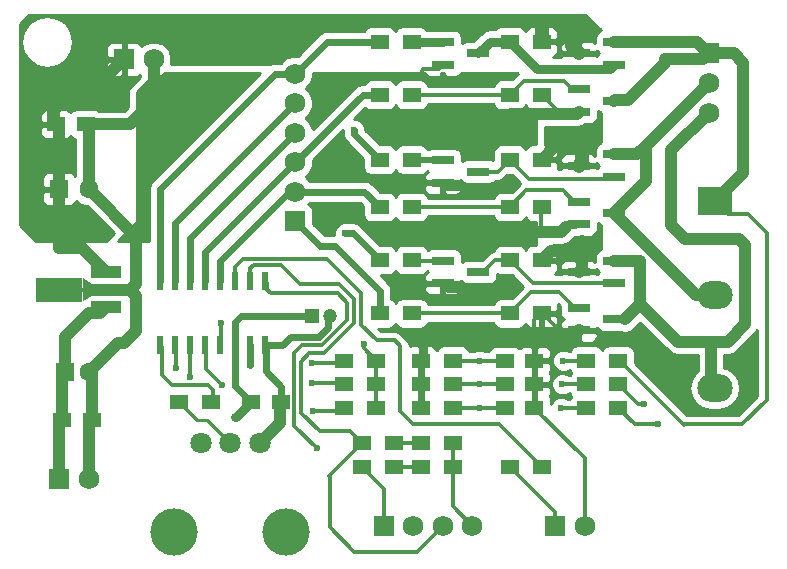
<source format=gtl>
G04 #@! TF.FileFunction,Copper,L1,Top,Signal*
%FSLAX46Y46*%
G04 Gerber Fmt 4.6, Leading zero omitted, Abs format (unit mm)*
G04 Created by KiCad (PCBNEW 4.0.7) date 06/22/18 18:45:24*
%MOMM*%
%LPD*%
G01*
G04 APERTURE LIST*
%ADD10C,0.100000*%
%ADD11R,1.750000X1.750000*%
%ADD12C,1.750000*%
%ADD13R,1.500000X1.250000*%
%ADD14R,1.600000X1.600000*%
%ADD15C,1.600000*%
%ADD16R,1.200000X1.200000*%
%ADD17C,1.200000*%
%ADD18R,1.500000X1.300000*%
%ADD19R,1.900000X0.800000*%
%ADD20C,1.800000*%
%ADD21C,4.000000*%
%ADD22R,2.500000X1.000000*%
%ADD23R,4.000000X2.000000*%
%ADD24R,0.600000X1.500000*%
%ADD25R,3.000000X2.350000*%
%ADD26O,3.000000X2.350000*%
%ADD27C,0.600000*%
%ADD28C,1.000000*%
%ADD29C,1.200000*%
%ADD30C,0.300000*%
%ADD31C,0.600000*%
%ADD32C,0.800000*%
%ADD33C,0.500000*%
%ADD34C,0.250000*%
%ADD35C,0.254000*%
G04 APERTURE END LIST*
D10*
D11*
X9500000Y45500000D03*
D12*
X12000000Y45500000D03*
D13*
X3750000Y40000000D03*
X6250000Y40000000D03*
D14*
X4000000Y34500000D03*
D15*
X6500000Y34500000D03*
D14*
X4500000Y19000000D03*
D15*
X6500000Y19000000D03*
D13*
X4250000Y15000000D03*
X6750000Y15000000D03*
D16*
X25400000Y23800000D03*
D17*
X26900000Y23800000D03*
D13*
X20250000Y16500000D03*
X22750000Y16500000D03*
X41750000Y20000000D03*
X44250000Y20000000D03*
X41750000Y18000000D03*
X44250000Y18000000D03*
X41750000Y16000000D03*
X44250000Y16000000D03*
D18*
X34650000Y13000000D03*
X37350000Y13000000D03*
X34650000Y11000000D03*
X37350000Y11000000D03*
D11*
X31500000Y6000000D03*
D12*
X34000000Y6000000D03*
X36500000Y6000000D03*
X39000000Y6000000D03*
D11*
X46000000Y6000000D03*
D12*
X48500000Y6000000D03*
D11*
X59000000Y46000000D03*
D12*
X59000000Y43500000D03*
X59000000Y41000000D03*
D19*
X36500000Y46950000D03*
X36500000Y45050000D03*
X39500000Y46000000D03*
X51000000Y45050000D03*
X51000000Y46950000D03*
X48000000Y46000000D03*
X48000000Y42950000D03*
X48000000Y41050000D03*
X51000000Y42000000D03*
X36500000Y36950000D03*
X36500000Y35050000D03*
X39500000Y36000000D03*
X51000000Y35550000D03*
X51000000Y37450000D03*
X48000000Y36500000D03*
X48000000Y33450000D03*
X48000000Y31550000D03*
X51000000Y32500000D03*
X36500000Y28450000D03*
X36500000Y26550000D03*
X39500000Y27500000D03*
X51000000Y26550000D03*
X51000000Y28450000D03*
X48000000Y27500000D03*
X48000000Y24450000D03*
X48000000Y22550000D03*
X51000000Y23500000D03*
D18*
X33850000Y47000000D03*
X31150000Y47000000D03*
X33850000Y42500000D03*
X31150000Y42500000D03*
X44850000Y42500000D03*
X42150000Y42500000D03*
X44850000Y47000000D03*
X42150000Y47000000D03*
X29650000Y13000000D03*
X32350000Y13000000D03*
X29650000Y11000000D03*
X32350000Y11000000D03*
X33850000Y37000000D03*
X31150000Y37000000D03*
X33850000Y33000000D03*
X31150000Y33000000D03*
X16850000Y16500000D03*
X14150000Y16500000D03*
X44850000Y33000000D03*
X42150000Y33000000D03*
X44850000Y37000000D03*
X42150000Y37000000D03*
X33850000Y28500000D03*
X31150000Y28500000D03*
X33850000Y24000000D03*
X31150000Y24000000D03*
X44850000Y24000000D03*
X42150000Y24000000D03*
X42150000Y11000000D03*
X44850000Y11000000D03*
X44850000Y28500000D03*
X42150000Y28500000D03*
X28150000Y20000000D03*
X30850000Y20000000D03*
X28150000Y18000000D03*
X30850000Y18000000D03*
X28150000Y16000000D03*
X30850000Y16000000D03*
X34650000Y20000000D03*
X37350000Y20000000D03*
X34650000Y18000000D03*
X37350000Y18000000D03*
X34650000Y16000000D03*
X37350000Y16000000D03*
X51350000Y20000000D03*
X48650000Y20000000D03*
X51350000Y18000000D03*
X48650000Y18000000D03*
X51350000Y16000000D03*
X48650000Y16000000D03*
D20*
X21000000Y13000000D03*
X18500000Y13000000D03*
X16000000Y13000000D03*
D21*
X23250000Y5500000D03*
X13750000Y5500000D03*
D22*
X7980000Y24500000D03*
X7980000Y26000000D03*
X7980000Y27500000D03*
D23*
X4020000Y26000000D03*
D10*
G36*
X5995000Y27000000D02*
X6745000Y26500000D01*
X6745000Y25500000D01*
X5995000Y25000000D01*
X5995000Y27000000D01*
X5995000Y27000000D01*
G37*
D24*
X12555000Y21300000D03*
X13825000Y21300000D03*
X15095000Y21300000D03*
X16365000Y21300000D03*
X17635000Y21300000D03*
X18905000Y21300000D03*
X20175000Y21300000D03*
X21445000Y21300000D03*
X21445000Y26700000D03*
X20175000Y26700000D03*
X18905000Y26700000D03*
X17635000Y26700000D03*
X16365000Y26700000D03*
X15095000Y26700000D03*
X13825000Y26700000D03*
X12555000Y26700000D03*
D11*
X4000000Y10000000D03*
D12*
X6500000Y10000000D03*
D11*
X24000000Y31800000D03*
D12*
X24000000Y34300000D03*
X24000000Y36800000D03*
X24000000Y39300000D03*
X24000000Y41800000D03*
X24000000Y44300000D03*
D25*
X59500000Y33500000D03*
D26*
X59500000Y25580000D03*
X59500000Y17660000D03*
D27*
X48300000Y30100000D03*
X47500000Y29300000D03*
X45900000Y39200000D03*
X48300000Y39200000D03*
X44900000Y48500000D03*
X47400000Y48500000D03*
X41700000Y30900000D03*
X41700000Y26100000D03*
X41700000Y34700000D03*
X41700000Y22100000D03*
X41700000Y40300000D03*
X34600000Y44200000D03*
X18900000Y15200000D03*
X39600000Y20000000D03*
X46700000Y20000000D03*
X13900000Y19400000D03*
X25400000Y19800000D03*
X39600000Y18000000D03*
X46600000Y18000000D03*
X15100000Y18600000D03*
X25400000Y18100000D03*
X39600000Y16000000D03*
X46500000Y16000000D03*
X17800000Y17900000D03*
X25500000Y15700000D03*
X25800000Y12600000D03*
X53500000Y16300000D03*
X54700000Y14600000D03*
X53200000Y28400000D03*
X29000000Y39500000D03*
X28200000Y30800000D03*
X20200000Y19600000D03*
X17700000Y23200000D03*
X29800000Y21400000D03*
D28*
X48300000Y30100000D02*
X48300000Y27800000D01*
X48300000Y27800000D02*
X48000000Y27500000D01*
X45650000Y29300000D02*
X44850000Y28500000D01*
X47500000Y29300000D02*
X45650000Y29300000D01*
X45900000Y38050000D02*
X44850000Y37000000D01*
X45900000Y38600000D02*
X45900000Y38050000D01*
X45900000Y39000000D02*
X45900000Y38600000D01*
X45900000Y39200000D02*
X45900000Y39000000D01*
D29*
X48300000Y39200000D02*
X48300000Y36800000D01*
X48300000Y36800000D02*
X48000000Y36500000D01*
X44900000Y48500000D02*
X44900000Y47050000D01*
X44900000Y47050000D02*
X44850000Y47000000D01*
X47400000Y46600000D02*
X48000000Y46000000D01*
X47400000Y48500000D02*
X47400000Y46600000D01*
D28*
X4000000Y34500000D02*
X4000000Y29500000D01*
X5980000Y29500000D02*
X7980000Y27500000D01*
X4000000Y29500000D02*
X5980000Y29500000D01*
X3750000Y40000000D02*
X4000000Y39750000D01*
X4000000Y39750000D02*
X4000000Y34500000D01*
X9500000Y45500000D02*
X7500000Y43500000D01*
X3500000Y41500000D02*
X3500000Y40250000D01*
X5500000Y43500000D02*
X3500000Y41500000D01*
X7500000Y43500000D02*
X5500000Y43500000D01*
X3500000Y40250000D02*
X3750000Y40000000D01*
D30*
X44850000Y33000000D02*
X44800000Y32950000D01*
X44800000Y32950000D02*
X44800000Y30900000D01*
X48000000Y31550000D02*
X47750000Y31300000D01*
X47750000Y31300000D02*
X46900000Y31300000D01*
D28*
X41700000Y30900000D02*
X44800000Y30900000D01*
X44800000Y30900000D02*
X46500000Y30900000D01*
X46500000Y30900000D02*
X46900000Y31300000D01*
D30*
X7980000Y26000000D02*
X6370000Y26000000D01*
X4020000Y26000000D02*
X7980000Y26000000D01*
D31*
X34650000Y18000000D02*
X34650000Y16000000D01*
X34650000Y20000000D02*
X34650000Y18000000D01*
X41700000Y22100000D02*
X34900000Y22100000D01*
X34900000Y22100000D02*
X34900000Y20250000D01*
X34900000Y20250000D02*
X34650000Y20000000D01*
X36500000Y26550000D02*
X36950000Y26100000D01*
X36950000Y26100000D02*
X41700000Y26100000D01*
X36500000Y35050000D02*
X36850000Y34700000D01*
X36850000Y34700000D02*
X41700000Y34700000D01*
D28*
X47550000Y22100000D02*
X48000000Y22550000D01*
X41700000Y22100000D02*
X47550000Y22100000D01*
X48000000Y41050000D02*
X47850000Y40900000D01*
X47850000Y40900000D02*
X42300000Y40900000D01*
X42300000Y40900000D02*
X41700000Y40300000D01*
D30*
X36150000Y44700000D02*
X34900000Y44700000D01*
X34800000Y44700000D02*
X34600000Y44200000D01*
X34900000Y44700000D02*
X34800000Y44700000D01*
X36500000Y45050000D02*
X36150000Y44700000D01*
X44850000Y24000000D02*
X46300000Y22550000D01*
X46300000Y22550000D02*
X48000000Y22550000D01*
X34200000Y15550000D02*
X34650000Y16000000D01*
X44250000Y16000000D02*
X48500000Y11750000D01*
X48500000Y11750000D02*
X48500000Y6000000D01*
X44250000Y18000000D02*
X44250000Y16000000D01*
X44250000Y20000000D02*
X44250000Y18000000D01*
X44850000Y24000000D02*
X44250000Y23400000D01*
X44250000Y23400000D02*
X44250000Y20000000D01*
X44850000Y42500000D02*
X46300000Y41050000D01*
X46300000Y41050000D02*
X48000000Y41050000D01*
D31*
X26900000Y23800000D02*
X26800000Y23700000D01*
X26800000Y23700000D02*
X26800000Y22800000D01*
X26800000Y22800000D02*
X26000000Y22000000D01*
X26000000Y22000000D02*
X23600000Y22000000D01*
X23600000Y22000000D02*
X22900000Y21300000D01*
X22900000Y21300000D02*
X21445000Y21300000D01*
X21445000Y21300000D02*
X21500000Y21245000D01*
X21500000Y21245000D02*
X21500000Y19100000D01*
X21500000Y19100000D02*
X22800000Y17800000D01*
X22800000Y17800000D02*
X22800000Y16550000D01*
X22800000Y16550000D02*
X22750000Y16500000D01*
D28*
X21000000Y13000000D02*
X22700000Y14700000D01*
X22700000Y14700000D02*
X22700000Y16450000D01*
X22700000Y16450000D02*
X22750000Y16500000D01*
X6750000Y15000000D02*
X6500000Y14750000D01*
X6500000Y14750000D02*
X6500000Y10000000D01*
X6500000Y19000000D02*
X6750000Y18750000D01*
X6750000Y18750000D02*
X6750000Y15000000D01*
X6500000Y19000000D02*
X9000000Y21500000D01*
X10500000Y25500000D02*
X10000000Y26000000D01*
X10500000Y22500000D02*
X10500000Y25500000D01*
X9500000Y21500000D02*
X10500000Y22500000D01*
X9000000Y21500000D02*
X9500000Y21500000D01*
X6500000Y34500000D02*
X10500000Y30500000D01*
X10000000Y26000000D02*
X7980000Y26000000D01*
X10500000Y26500000D02*
X10000000Y26000000D01*
X10500000Y30500000D02*
X10500000Y26500000D01*
X6250000Y40000000D02*
X6500000Y39750000D01*
X6500000Y39750000D02*
X6500000Y34500000D01*
X12000000Y45500000D02*
X12000000Y42000000D01*
X10000000Y40000000D02*
X6250000Y40000000D01*
X10500000Y40500000D02*
X10000000Y40000000D01*
X12000000Y42000000D02*
X10500000Y40500000D01*
D30*
X37350000Y11000000D02*
X37350000Y13000000D01*
X39000000Y6000000D02*
X37350000Y7650000D01*
X37350000Y7650000D02*
X37350000Y11000000D01*
D31*
X18905000Y21300000D02*
X18900000Y21305000D01*
X18900000Y21305000D02*
X18900000Y23200000D01*
X19400000Y23800000D02*
X25400000Y23800000D01*
X18900000Y23300000D02*
X19400000Y23800000D01*
X18900000Y23200000D02*
X18900000Y23300000D01*
X18905000Y21300000D02*
X18900000Y21295000D01*
X18900000Y21295000D02*
X18900000Y17850000D01*
X18900000Y17850000D02*
X20250000Y16500000D01*
D32*
X20250000Y16500000D02*
X18950000Y15200000D01*
X18950000Y15200000D02*
X18900000Y15200000D01*
D28*
X4250000Y15000000D02*
X4000000Y14750000D01*
X4000000Y14750000D02*
X4000000Y10000000D01*
X4500000Y19000000D02*
X4250000Y18750000D01*
X4250000Y18750000D02*
X4250000Y15000000D01*
X4500000Y19000000D02*
X4500000Y22000000D01*
X6500000Y24000000D02*
X7480000Y24000000D01*
X4500000Y22000000D02*
X6500000Y24000000D01*
X7480000Y24000000D02*
X7980000Y24500000D01*
D30*
X48650000Y20000000D02*
X46700000Y20000000D01*
X37350000Y20000000D02*
X39600000Y20000000D01*
X39600000Y20000000D02*
X41750000Y20000000D01*
X13825000Y21300000D02*
X13900000Y21225000D01*
X13900000Y21225000D02*
X13900000Y19400000D01*
X25400000Y19800000D02*
X27950000Y19800000D01*
X27950000Y19800000D02*
X28150000Y20000000D01*
X48650000Y18000000D02*
X46600000Y18000000D01*
X37350000Y18000000D02*
X39600000Y18000000D01*
X39600000Y18000000D02*
X41750000Y18000000D01*
X15095000Y21300000D02*
X15100000Y21295000D01*
X15100000Y21295000D02*
X15100000Y18600000D01*
X25400000Y18100000D02*
X28050000Y18100000D01*
X28050000Y18100000D02*
X28150000Y18000000D01*
X48650000Y16000000D02*
X46500000Y16000000D01*
X37350000Y16000000D02*
X39600000Y16000000D01*
X39600000Y16000000D02*
X41750000Y16000000D01*
X16365000Y21300000D02*
X16400000Y21265000D01*
X16400000Y21265000D02*
X16400000Y19300000D01*
X16400000Y19300000D02*
X17800000Y17900000D01*
X25500000Y15700000D02*
X27850000Y15700000D01*
X27850000Y15700000D02*
X28150000Y16000000D01*
X32350000Y13000000D02*
X34650000Y13000000D01*
X32350000Y11000000D02*
X34650000Y11000000D01*
X26300000Y21300000D02*
X28400000Y23400000D01*
X28400000Y23400000D02*
X28400000Y24100000D01*
X21600000Y26000000D02*
X21900000Y25700000D01*
X21900000Y25700000D02*
X27600000Y25700000D01*
X27600000Y25700000D02*
X28400000Y24900000D01*
X28400000Y24900000D02*
X28400000Y24100000D01*
X23900000Y14500000D02*
X25800000Y12600000D01*
X23900000Y20600000D02*
X23900000Y14500000D01*
X24600000Y21300000D02*
X23900000Y20600000D01*
X26300000Y21300000D02*
X24600000Y21300000D01*
X21445000Y26700000D02*
X21600000Y26545000D01*
X21600000Y26545000D02*
X21600000Y26000000D01*
X29650000Y11000000D02*
X31500000Y9150000D01*
X31500000Y9150000D02*
X31500000Y6000000D01*
X28900000Y25300000D02*
X29000000Y25200000D01*
X24399998Y26500000D02*
X27700000Y26500000D01*
X27700000Y26500000D02*
X28900000Y25300000D01*
X22800000Y28099998D02*
X20500000Y28099998D01*
X20200000Y27799998D02*
X20500000Y28099998D01*
X20200000Y26725000D02*
X20200000Y27799998D01*
X22800000Y28099998D02*
X24399998Y26500000D01*
X28650000Y14000000D02*
X29650000Y13000000D01*
X26100000Y14000000D02*
X28650000Y14000000D01*
X24500000Y15600000D02*
X26100000Y14000000D01*
X24500000Y19900000D02*
X24500000Y15600000D01*
X25200000Y20600000D02*
X24500000Y19900000D01*
X26400000Y20600000D02*
X25200000Y20600000D01*
X29000000Y23200000D02*
X26400000Y20600000D01*
X29000000Y25200000D02*
X29000000Y23200000D01*
X20175000Y26700000D02*
X20200000Y26725000D01*
X26900000Y5900000D02*
X26900000Y10200000D01*
X26900000Y10200000D02*
X26850000Y10200000D01*
X26850000Y10200000D02*
X29650000Y13000000D01*
X36500000Y6000000D02*
X34300000Y3800000D01*
X29000000Y3800000D02*
X26900000Y5900000D01*
X30500000Y3800000D02*
X29000000Y3800000D01*
X34300000Y3800000D02*
X30500000Y3800000D01*
X42150000Y11000000D02*
X46000000Y7150000D01*
X46000000Y7150000D02*
X46000000Y6000000D01*
X61800000Y14600000D02*
X56900000Y14600000D01*
X61800000Y32400000D02*
X62300000Y32400000D01*
X62300000Y32400000D02*
X63900000Y30800000D01*
X63900000Y30800000D02*
X63900000Y16900000D01*
X63900000Y16900000D02*
X63900000Y16700000D01*
X63900000Y16700000D02*
X61800000Y14600000D01*
X60600000Y32400000D02*
X61800000Y32400000D01*
X56900000Y14550000D02*
X51850000Y19600000D01*
X56900000Y14600000D02*
X56900000Y14550000D01*
X59500000Y33500000D02*
X60600000Y32400000D01*
D28*
X61100000Y46000000D02*
X61900000Y45200000D01*
X61900000Y45200000D02*
X61900000Y44400000D01*
X59000000Y46000000D02*
X61100000Y46000000D01*
X61900000Y35900000D02*
X59500000Y33500000D01*
X61900000Y44400000D02*
X61900000Y35900000D01*
X59000000Y46000000D02*
X58500000Y45500000D01*
X58500000Y45500000D02*
X55300000Y45500000D01*
X52200000Y42100000D02*
X51100000Y42100000D01*
X55300000Y45200000D02*
X52200000Y42100000D01*
X55300000Y45500000D02*
X55300000Y45200000D01*
X51100000Y42100000D02*
X51000000Y42000000D01*
X59000000Y46000000D02*
X58050000Y46950000D01*
X58050000Y46950000D02*
X51000000Y46950000D01*
D30*
X51350000Y18000000D02*
X53050000Y16300000D01*
X53050000Y16300000D02*
X53500000Y16300000D01*
D28*
X51000000Y32500000D02*
X57920000Y25580000D01*
X57920000Y25580000D02*
X59500000Y25580000D01*
X51000000Y32500000D02*
X53700000Y35200000D01*
X53700000Y35200000D02*
X53700000Y38200000D01*
X59000000Y43500000D02*
X53700000Y38200000D01*
X53700000Y38200000D02*
X52950000Y37450000D01*
X52950000Y37450000D02*
X51000000Y37450000D01*
D30*
X51350000Y16000000D02*
X52750000Y14600000D01*
X52750000Y14600000D02*
X54700000Y14600000D01*
D28*
X59500000Y17660000D02*
X59200000Y17960000D01*
X59200000Y17960000D02*
X59200000Y21600000D01*
X53200000Y24800000D02*
X56400000Y21600000D01*
X55800000Y37800000D02*
X59000000Y41000000D01*
X55800000Y31500000D02*
X55800000Y37800000D01*
X57000000Y30300000D02*
X55800000Y31500000D01*
X61600000Y30300000D02*
X57000000Y30300000D01*
X62100000Y29800000D02*
X61600000Y30300000D01*
X62100000Y23100000D02*
X62100000Y29800000D01*
X60600000Y21600000D02*
X62100000Y23100000D01*
X56400000Y21600000D02*
X59200000Y21600000D01*
X59200000Y21600000D02*
X60600000Y21600000D01*
X53200000Y28400000D02*
X53200000Y24800000D01*
X52900000Y24500000D02*
X51900000Y23500000D01*
X53000000Y24500000D02*
X52900000Y24500000D01*
X53200000Y24500000D02*
X53000000Y24500000D01*
X53200000Y24800000D02*
X53200000Y24500000D01*
X53200000Y28400000D02*
X51050000Y28400000D01*
X51050000Y28400000D02*
X51000000Y28450000D01*
D32*
X33850000Y47000000D02*
X33900000Y46950000D01*
X33900000Y46950000D02*
X36500000Y46950000D01*
X42150000Y47000000D02*
X44450000Y44700000D01*
X44450000Y44700000D02*
X50650000Y44700000D01*
X50650000Y44700000D02*
X51000000Y45050000D01*
X39500000Y46000000D02*
X40500000Y47000000D01*
X40500000Y47000000D02*
X42150000Y47000000D01*
D30*
X42150000Y42500000D02*
X33850000Y42500000D01*
X42150000Y42500000D02*
X43350000Y43700000D01*
X46750000Y43700000D02*
X47600000Y42850000D01*
X43350000Y43700000D02*
X46750000Y43700000D01*
D33*
X33850000Y37000000D02*
X33900000Y36950000D01*
X33900000Y36950000D02*
X36500000Y36950000D01*
D30*
X42150000Y37000000D02*
X43750000Y35400000D01*
X43750000Y35400000D02*
X50850000Y35400000D01*
X50850000Y35400000D02*
X51000000Y35550000D01*
X42150000Y37000000D02*
X41150000Y36000000D01*
X41150000Y36000000D02*
X39500000Y36000000D01*
X42150000Y33000000D02*
X43550000Y34400000D01*
X46650000Y34400000D02*
X47700000Y33350000D01*
X46400000Y34400000D02*
X46650000Y34400000D01*
X43550000Y34400000D02*
X46400000Y34400000D01*
X33850000Y33000000D02*
X42150000Y33000000D01*
X33850000Y28500000D02*
X33900000Y28450000D01*
X33900000Y28450000D02*
X36500000Y28450000D01*
X42150000Y28500000D02*
X44100000Y26550000D01*
X44100000Y26550000D02*
X51000000Y26550000D01*
X39900000Y27500000D02*
X40900000Y28500000D01*
X40900000Y28500000D02*
X42150000Y28500000D01*
X42150000Y24000000D02*
X43950000Y25800000D01*
X46300000Y25800000D02*
X47825000Y24275000D01*
X43950000Y25800000D02*
X46300000Y25800000D01*
X33850000Y24000000D02*
X42150000Y24000000D01*
D31*
X24000000Y44300000D02*
X24000000Y44300000D01*
X24000000Y44300000D02*
X22300000Y44300000D01*
X24000000Y44300000D02*
X26700000Y47000000D01*
X26700000Y47000000D02*
X31150000Y47000000D01*
X22300000Y44300000D02*
X12555000Y34555000D01*
X12555000Y34555000D02*
X12555000Y26700000D01*
X24000000Y36800000D02*
X29700000Y42500000D01*
X29700000Y42500000D02*
X31150000Y42500000D01*
X24000000Y36800000D02*
X16365000Y29165000D01*
X16365000Y29165000D02*
X16365000Y26700000D01*
X29000000Y39150000D02*
X31150000Y37000000D01*
X29000000Y39500000D02*
X29000000Y39150000D01*
X24000000Y41800000D02*
X13825000Y31625000D01*
X13825000Y31625000D02*
X13825000Y26700000D01*
X13825000Y26700000D02*
X13800000Y26725000D01*
X23500000Y34300000D02*
X27300000Y34300000D01*
X29850000Y34300000D02*
X31150000Y33000000D01*
X27300000Y34300000D02*
X29850000Y34300000D01*
X23500000Y34300000D02*
X17635000Y28435000D01*
X17635000Y28435000D02*
X17635000Y26700000D01*
D30*
X12555000Y21300000D02*
X12700000Y21155000D01*
X12700000Y21155000D02*
X12700000Y18800000D01*
X12700000Y18800000D02*
X13600000Y17900000D01*
X13600000Y17900000D02*
X16600000Y17900000D01*
X16600000Y17900000D02*
X17000000Y17500000D01*
X17000000Y17500000D02*
X17000000Y16650000D01*
X17000000Y16650000D02*
X16850000Y16500000D01*
D34*
X14150000Y16500000D02*
X15650000Y15000000D01*
X15650000Y15000000D02*
X16500000Y15000000D01*
X18500000Y13000000D02*
X16500000Y15000000D01*
D31*
X28850000Y30800000D02*
X31150000Y28500000D01*
X28200000Y30800000D02*
X28850000Y30800000D01*
X24000000Y39300000D02*
X15095000Y30395000D01*
X15095000Y30395000D02*
X15095000Y26700000D01*
X24000000Y31800000D02*
X26100000Y29700000D01*
X31200000Y25900000D02*
X31200000Y24050000D01*
X27400000Y29700000D02*
X31200000Y25900000D01*
X27400000Y29700000D02*
X27400000Y29700000D01*
X26100000Y29700000D02*
X27400000Y29700000D01*
X31200000Y24050000D02*
X31150000Y24000000D01*
X20200000Y19600000D02*
X20200000Y21275000D01*
X20200000Y21275000D02*
X20175000Y21300000D01*
X20200000Y21275000D02*
X20175000Y21300000D01*
D33*
X20200000Y21275000D02*
X20175000Y21300000D01*
D30*
X18905000Y26700000D02*
X18900000Y26705000D01*
X18900000Y26705000D02*
X18900000Y27900000D01*
X41250000Y14600000D02*
X44850000Y11000000D01*
X34000000Y14600000D02*
X41250000Y14600000D01*
X32900000Y15700000D02*
X34000000Y14600000D01*
X32900000Y21200000D02*
X32900000Y15700000D01*
X32400000Y21700000D02*
X32900000Y21200000D01*
X30900000Y21700000D02*
X32400000Y21700000D01*
X29600000Y23000000D02*
X30900000Y21700000D01*
X29600000Y25700000D02*
X29600000Y23000000D01*
X26700000Y28600000D02*
X29600000Y25700000D01*
X19600000Y28600000D02*
X26700000Y28600000D01*
X18900000Y27900000D02*
X19600000Y28600000D01*
X17635000Y21300000D02*
X17700000Y21365000D01*
X17700000Y21365000D02*
X17700000Y23200000D01*
X29800000Y21400000D02*
X29800000Y21050000D01*
X29800000Y21050000D02*
X30850000Y20000000D01*
X30850000Y18000000D02*
X30850000Y16000000D01*
X30850000Y20000000D02*
X30850000Y18000000D01*
D35*
G36*
X49798110Y31503569D02*
X49873000Y31488403D01*
X49873000Y29464135D01*
X49814683Y29453162D01*
X49598559Y29314090D01*
X49453569Y29101890D01*
X49402560Y28850000D01*
X49402560Y28345466D01*
X49309698Y28438327D01*
X49076309Y28535000D01*
X48285750Y28535000D01*
X48127000Y28376250D01*
X48127000Y27627000D01*
X49426250Y27627000D01*
X49512262Y27713012D01*
X49585910Y27598559D01*
X49731083Y27499367D01*
X49598559Y27414090D01*
X49544519Y27335000D01*
X49464250Y27335000D01*
X49426250Y27373000D01*
X48127000Y27373000D01*
X48127000Y27353000D01*
X47873000Y27353000D01*
X47873000Y27373000D01*
X46573750Y27373000D01*
X46535750Y27335000D01*
X45983025Y27335000D01*
X46138327Y27490301D01*
X46235000Y27723690D01*
X46235000Y28026310D01*
X46415000Y28026310D01*
X46415000Y27785750D01*
X46573750Y27627000D01*
X47873000Y27627000D01*
X47873000Y28376250D01*
X47714250Y28535000D01*
X46923691Y28535000D01*
X46690302Y28438327D01*
X46511673Y28259699D01*
X46415000Y28026310D01*
X46235000Y28026310D01*
X46235000Y28214250D01*
X46076250Y28373000D01*
X45127000Y28373000D01*
X45127000Y28627000D01*
X46076250Y28627000D01*
X46235000Y28785750D01*
X46235000Y29276310D01*
X46138327Y29509699D01*
X45959698Y29688327D01*
X45774593Y29765000D01*
X46500000Y29765000D01*
X46934346Y29851397D01*
X47302566Y30097434D01*
X47702566Y30497434D01*
X47705991Y30502560D01*
X48950000Y30502560D01*
X49185317Y30546838D01*
X49401441Y30685910D01*
X49546431Y30898110D01*
X49597440Y31150000D01*
X49597440Y31640681D01*
X49798110Y31503569D01*
X49798110Y31503569D01*
G37*
X49798110Y31503569D02*
X49873000Y31488403D01*
X49873000Y29464135D01*
X49814683Y29453162D01*
X49598559Y29314090D01*
X49453569Y29101890D01*
X49402560Y28850000D01*
X49402560Y28345466D01*
X49309698Y28438327D01*
X49076309Y28535000D01*
X48285750Y28535000D01*
X48127000Y28376250D01*
X48127000Y27627000D01*
X49426250Y27627000D01*
X49512262Y27713012D01*
X49585910Y27598559D01*
X49731083Y27499367D01*
X49598559Y27414090D01*
X49544519Y27335000D01*
X49464250Y27335000D01*
X49426250Y27373000D01*
X48127000Y27373000D01*
X48127000Y27353000D01*
X47873000Y27353000D01*
X47873000Y27373000D01*
X46573750Y27373000D01*
X46535750Y27335000D01*
X45983025Y27335000D01*
X46138327Y27490301D01*
X46235000Y27723690D01*
X46235000Y28026310D01*
X46415000Y28026310D01*
X46415000Y27785750D01*
X46573750Y27627000D01*
X47873000Y27627000D01*
X47873000Y28376250D01*
X47714250Y28535000D01*
X46923691Y28535000D01*
X46690302Y28438327D01*
X46511673Y28259699D01*
X46415000Y28026310D01*
X46235000Y28026310D01*
X46235000Y28214250D01*
X46076250Y28373000D01*
X45127000Y28373000D01*
X45127000Y28627000D01*
X46076250Y28627000D01*
X46235000Y28785750D01*
X46235000Y29276310D01*
X46138327Y29509699D01*
X45959698Y29688327D01*
X45774593Y29765000D01*
X46500000Y29765000D01*
X46934346Y29851397D01*
X47302566Y30097434D01*
X47702566Y30497434D01*
X47705991Y30502560D01*
X48950000Y30502560D01*
X49185317Y30546838D01*
X49401441Y30685910D01*
X49546431Y30898110D01*
X49597440Y31150000D01*
X49597440Y31640681D01*
X49798110Y31503569D01*
G36*
X49858910Y47961484D02*
X49814683Y47953162D01*
X49598559Y47814090D01*
X49453569Y47601890D01*
X49402560Y47350000D01*
X49402560Y46845466D01*
X49309698Y46938327D01*
X49076309Y47035000D01*
X48285750Y47035000D01*
X48127000Y46876250D01*
X48127000Y46127000D01*
X49426250Y46127000D01*
X49512262Y46213012D01*
X49585910Y46098559D01*
X49731083Y45999367D01*
X49598559Y45914090D01*
X49511936Y45787314D01*
X49426250Y45873000D01*
X48127000Y45873000D01*
X48127000Y45853000D01*
X47873000Y45853000D01*
X47873000Y45873000D01*
X46573750Y45873000D01*
X46435750Y45735000D01*
X45774593Y45735000D01*
X45959698Y45811673D01*
X46138327Y45990301D01*
X46235000Y46223690D01*
X46235000Y46526310D01*
X46415000Y46526310D01*
X46415000Y46285750D01*
X46573750Y46127000D01*
X47873000Y46127000D01*
X47873000Y46876250D01*
X47714250Y47035000D01*
X46923691Y47035000D01*
X46690302Y46938327D01*
X46511673Y46759699D01*
X46415000Y46526310D01*
X46235000Y46526310D01*
X46235000Y46714250D01*
X46076250Y46873000D01*
X44977000Y46873000D01*
X44977000Y46853000D01*
X44723000Y46853000D01*
X44723000Y46873000D01*
X44703000Y46873000D01*
X44703000Y47127000D01*
X44723000Y47127000D01*
X44723000Y48126250D01*
X44977000Y48126250D01*
X44977000Y47127000D01*
X46076250Y47127000D01*
X46235000Y47285750D01*
X46235000Y47776310D01*
X46138327Y48009699D01*
X45959698Y48188327D01*
X45726309Y48285000D01*
X45135750Y48285000D01*
X44977000Y48126250D01*
X44723000Y48126250D01*
X44564250Y48285000D01*
X43973691Y48285000D01*
X43740302Y48188327D01*
X43561673Y48009699D01*
X43505346Y47873713D01*
X43503162Y47885317D01*
X43364090Y48101441D01*
X43151890Y48246431D01*
X42900000Y48297440D01*
X41400000Y48297440D01*
X41164683Y48253162D01*
X40948559Y48114090D01*
X40894519Y48035000D01*
X40500005Y48035000D01*
X40500000Y48035001D01*
X40103923Y47956215D01*
X39768144Y47731856D01*
X39768142Y47731853D01*
X39083728Y47047440D01*
X38550000Y47047440D01*
X38314683Y47003162D01*
X38098559Y46864090D01*
X38097440Y46862452D01*
X38097440Y47350000D01*
X38053162Y47585317D01*
X37914090Y47801441D01*
X37701890Y47946431D01*
X37450000Y47997440D01*
X35550000Y47997440D01*
X35483887Y47985000D01*
X35139018Y47985000D01*
X35064090Y48101441D01*
X34851890Y48246431D01*
X34600000Y48297440D01*
X33100000Y48297440D01*
X32864683Y48253162D01*
X32648559Y48114090D01*
X32503569Y47901890D01*
X32500919Y47888803D01*
X32364090Y48101441D01*
X32151890Y48246431D01*
X31900000Y48297440D01*
X30400000Y48297440D01*
X30164683Y48253162D01*
X29948559Y48114090D01*
X29826192Y47935000D01*
X26700000Y47935000D01*
X26342191Y47863827D01*
X26175677Y47752566D01*
X26038855Y47661145D01*
X24187548Y45809838D01*
X23700960Y45810262D01*
X23145771Y45580862D01*
X22799304Y45235000D01*
X22300000Y45235000D01*
X21942191Y45163827D01*
X21887075Y45127000D01*
X13480121Y45127000D01*
X13509738Y45198325D01*
X13510262Y45799040D01*
X13280862Y46354229D01*
X12856463Y46779370D01*
X12301675Y47009738D01*
X11700960Y47010262D01*
X11145771Y46780862D01*
X10967797Y46603198D01*
X10913327Y46734699D01*
X10734698Y46913327D01*
X10501309Y47010000D01*
X9785750Y47010000D01*
X9627000Y46851250D01*
X9627000Y45627000D01*
X9647000Y45627000D01*
X9647000Y45373000D01*
X9627000Y45373000D01*
X9627000Y44148750D01*
X9785750Y43990000D01*
X10501309Y43990000D01*
X10734698Y44086673D01*
X10865000Y44216974D01*
X10865000Y44044606D01*
X9910197Y43089803D01*
X9882334Y43047789D01*
X9873000Y43000000D01*
X9873000Y41478132D01*
X9529868Y41135000D01*
X7378386Y41135000D01*
X7251890Y41221431D01*
X7000000Y41272440D01*
X5500000Y41272440D01*
X5264683Y41228162D01*
X5048559Y41089090D01*
X5002031Y41020994D01*
X4859698Y41163327D01*
X4626309Y41260000D01*
X4035750Y41260000D01*
X3877000Y41101250D01*
X3877000Y40127000D01*
X3897000Y40127000D01*
X3897000Y39873000D01*
X3877000Y39873000D01*
X3877000Y38898750D01*
X4035750Y38740000D01*
X4626309Y38740000D01*
X4859698Y38836673D01*
X5000936Y38977910D01*
X5035910Y38923559D01*
X5248110Y38778569D01*
X5365000Y38754898D01*
X5365000Y35595305D01*
X5338327Y35659699D01*
X5159698Y35838327D01*
X4926309Y35935000D01*
X4285750Y35935000D01*
X4127000Y35776250D01*
X4127000Y34627000D01*
X4147000Y34627000D01*
X4147000Y34373000D01*
X4127000Y34373000D01*
X4127000Y33223750D01*
X4285750Y33065000D01*
X4926309Y33065000D01*
X5159698Y33161673D01*
X5338327Y33340301D01*
X5423876Y33546835D01*
X5686077Y33284176D01*
X6213309Y33065250D01*
X6329720Y33065148D01*
X8607631Y30787237D01*
X7947394Y30127000D01*
X2052606Y30127000D01*
X710000Y31469606D01*
X710000Y34214250D01*
X2565000Y34214250D01*
X2565000Y33573690D01*
X2661673Y33340301D01*
X2840302Y33161673D01*
X3073691Y33065000D01*
X3714250Y33065000D01*
X3873000Y33223750D01*
X3873000Y34373000D01*
X2723750Y34373000D01*
X2565000Y34214250D01*
X710000Y34214250D01*
X710000Y35426310D01*
X2565000Y35426310D01*
X2565000Y34785750D01*
X2723750Y34627000D01*
X3873000Y34627000D01*
X3873000Y35776250D01*
X3714250Y35935000D01*
X3073691Y35935000D01*
X2840302Y35838327D01*
X2661673Y35659699D01*
X2565000Y35426310D01*
X710000Y35426310D01*
X710000Y39714250D01*
X2365000Y39714250D01*
X2365000Y39248690D01*
X2461673Y39015301D01*
X2640302Y38836673D01*
X2873691Y38740000D01*
X3464250Y38740000D01*
X3623000Y38898750D01*
X3623000Y39873000D01*
X2523750Y39873000D01*
X2365000Y39714250D01*
X710000Y39714250D01*
X710000Y40751310D01*
X2365000Y40751310D01*
X2365000Y40285750D01*
X2523750Y40127000D01*
X3623000Y40127000D01*
X3623000Y41101250D01*
X3464250Y41260000D01*
X2873691Y41260000D01*
X2640302Y41163327D01*
X2461673Y40984699D01*
X2365000Y40751310D01*
X710000Y40751310D01*
X710000Y47000000D01*
X790000Y47000000D01*
X958226Y46154270D01*
X1437294Y45437294D01*
X2154270Y44958226D01*
X3000000Y44790000D01*
X3845730Y44958226D01*
X4228897Y45214250D01*
X7990000Y45214250D01*
X7990000Y44498690D01*
X8086673Y44265301D01*
X8265302Y44086673D01*
X8498691Y43990000D01*
X9214250Y43990000D01*
X9373000Y44148750D01*
X9373000Y45373000D01*
X8148750Y45373000D01*
X7990000Y45214250D01*
X4228897Y45214250D01*
X4562706Y45437294D01*
X5041774Y46154270D01*
X5110804Y46501310D01*
X7990000Y46501310D01*
X7990000Y45785750D01*
X8148750Y45627000D01*
X9373000Y45627000D01*
X9373000Y46851250D01*
X9214250Y47010000D01*
X8498691Y47010000D01*
X8265302Y46913327D01*
X8086673Y46734699D01*
X7990000Y46501310D01*
X5110804Y46501310D01*
X5210000Y47000000D01*
X5041774Y47845730D01*
X4562706Y48562706D01*
X3845730Y49041774D01*
X3000000Y49210000D01*
X2154270Y49041774D01*
X1437294Y48562706D01*
X958226Y47845730D01*
X790000Y47000000D01*
X710000Y47000000D01*
X710000Y48530394D01*
X1469606Y49290000D01*
X48530394Y49290000D01*
X49858910Y47961484D01*
X49858910Y47961484D01*
G37*
X49858910Y47961484D02*
X49814683Y47953162D01*
X49598559Y47814090D01*
X49453569Y47601890D01*
X49402560Y47350000D01*
X49402560Y46845466D01*
X49309698Y46938327D01*
X49076309Y47035000D01*
X48285750Y47035000D01*
X48127000Y46876250D01*
X48127000Y46127000D01*
X49426250Y46127000D01*
X49512262Y46213012D01*
X49585910Y46098559D01*
X49731083Y45999367D01*
X49598559Y45914090D01*
X49511936Y45787314D01*
X49426250Y45873000D01*
X48127000Y45873000D01*
X48127000Y45853000D01*
X47873000Y45853000D01*
X47873000Y45873000D01*
X46573750Y45873000D01*
X46435750Y45735000D01*
X45774593Y45735000D01*
X45959698Y45811673D01*
X46138327Y45990301D01*
X46235000Y46223690D01*
X46235000Y46526310D01*
X46415000Y46526310D01*
X46415000Y46285750D01*
X46573750Y46127000D01*
X47873000Y46127000D01*
X47873000Y46876250D01*
X47714250Y47035000D01*
X46923691Y47035000D01*
X46690302Y46938327D01*
X46511673Y46759699D01*
X46415000Y46526310D01*
X46235000Y46526310D01*
X46235000Y46714250D01*
X46076250Y46873000D01*
X44977000Y46873000D01*
X44977000Y46853000D01*
X44723000Y46853000D01*
X44723000Y46873000D01*
X44703000Y46873000D01*
X44703000Y47127000D01*
X44723000Y47127000D01*
X44723000Y48126250D01*
X44977000Y48126250D01*
X44977000Y47127000D01*
X46076250Y47127000D01*
X46235000Y47285750D01*
X46235000Y47776310D01*
X46138327Y48009699D01*
X45959698Y48188327D01*
X45726309Y48285000D01*
X45135750Y48285000D01*
X44977000Y48126250D01*
X44723000Y48126250D01*
X44564250Y48285000D01*
X43973691Y48285000D01*
X43740302Y48188327D01*
X43561673Y48009699D01*
X43505346Y47873713D01*
X43503162Y47885317D01*
X43364090Y48101441D01*
X43151890Y48246431D01*
X42900000Y48297440D01*
X41400000Y48297440D01*
X41164683Y48253162D01*
X40948559Y48114090D01*
X40894519Y48035000D01*
X40500005Y48035000D01*
X40500000Y48035001D01*
X40103923Y47956215D01*
X39768144Y47731856D01*
X39768142Y47731853D01*
X39083728Y47047440D01*
X38550000Y47047440D01*
X38314683Y47003162D01*
X38098559Y46864090D01*
X38097440Y46862452D01*
X38097440Y47350000D01*
X38053162Y47585317D01*
X37914090Y47801441D01*
X37701890Y47946431D01*
X37450000Y47997440D01*
X35550000Y47997440D01*
X35483887Y47985000D01*
X35139018Y47985000D01*
X35064090Y48101441D01*
X34851890Y48246431D01*
X34600000Y48297440D01*
X33100000Y48297440D01*
X32864683Y48253162D01*
X32648559Y48114090D01*
X32503569Y47901890D01*
X32500919Y47888803D01*
X32364090Y48101441D01*
X32151890Y48246431D01*
X31900000Y48297440D01*
X30400000Y48297440D01*
X30164683Y48253162D01*
X29948559Y48114090D01*
X29826192Y47935000D01*
X26700000Y47935000D01*
X26342191Y47863827D01*
X26175677Y47752566D01*
X26038855Y47661145D01*
X24187548Y45809838D01*
X23700960Y45810262D01*
X23145771Y45580862D01*
X22799304Y45235000D01*
X22300000Y45235000D01*
X21942191Y45163827D01*
X21887075Y45127000D01*
X13480121Y45127000D01*
X13509738Y45198325D01*
X13510262Y45799040D01*
X13280862Y46354229D01*
X12856463Y46779370D01*
X12301675Y47009738D01*
X11700960Y47010262D01*
X11145771Y46780862D01*
X10967797Y46603198D01*
X10913327Y46734699D01*
X10734698Y46913327D01*
X10501309Y47010000D01*
X9785750Y47010000D01*
X9627000Y46851250D01*
X9627000Y45627000D01*
X9647000Y45627000D01*
X9647000Y45373000D01*
X9627000Y45373000D01*
X9627000Y44148750D01*
X9785750Y43990000D01*
X10501309Y43990000D01*
X10734698Y44086673D01*
X10865000Y44216974D01*
X10865000Y44044606D01*
X9910197Y43089803D01*
X9882334Y43047789D01*
X9873000Y43000000D01*
X9873000Y41478132D01*
X9529868Y41135000D01*
X7378386Y41135000D01*
X7251890Y41221431D01*
X7000000Y41272440D01*
X5500000Y41272440D01*
X5264683Y41228162D01*
X5048559Y41089090D01*
X5002031Y41020994D01*
X4859698Y41163327D01*
X4626309Y41260000D01*
X4035750Y41260000D01*
X3877000Y41101250D01*
X3877000Y40127000D01*
X3897000Y40127000D01*
X3897000Y39873000D01*
X3877000Y39873000D01*
X3877000Y38898750D01*
X4035750Y38740000D01*
X4626309Y38740000D01*
X4859698Y38836673D01*
X5000936Y38977910D01*
X5035910Y38923559D01*
X5248110Y38778569D01*
X5365000Y38754898D01*
X5365000Y35595305D01*
X5338327Y35659699D01*
X5159698Y35838327D01*
X4926309Y35935000D01*
X4285750Y35935000D01*
X4127000Y35776250D01*
X4127000Y34627000D01*
X4147000Y34627000D01*
X4147000Y34373000D01*
X4127000Y34373000D01*
X4127000Y33223750D01*
X4285750Y33065000D01*
X4926309Y33065000D01*
X5159698Y33161673D01*
X5338327Y33340301D01*
X5423876Y33546835D01*
X5686077Y33284176D01*
X6213309Y33065250D01*
X6329720Y33065148D01*
X8607631Y30787237D01*
X7947394Y30127000D01*
X2052606Y30127000D01*
X710000Y31469606D01*
X710000Y34214250D01*
X2565000Y34214250D01*
X2565000Y33573690D01*
X2661673Y33340301D01*
X2840302Y33161673D01*
X3073691Y33065000D01*
X3714250Y33065000D01*
X3873000Y33223750D01*
X3873000Y34373000D01*
X2723750Y34373000D01*
X2565000Y34214250D01*
X710000Y34214250D01*
X710000Y35426310D01*
X2565000Y35426310D01*
X2565000Y34785750D01*
X2723750Y34627000D01*
X3873000Y34627000D01*
X3873000Y35776250D01*
X3714250Y35935000D01*
X3073691Y35935000D01*
X2840302Y35838327D01*
X2661673Y35659699D01*
X2565000Y35426310D01*
X710000Y35426310D01*
X710000Y39714250D01*
X2365000Y39714250D01*
X2365000Y39248690D01*
X2461673Y39015301D01*
X2640302Y38836673D01*
X2873691Y38740000D01*
X3464250Y38740000D01*
X3623000Y38898750D01*
X3623000Y39873000D01*
X2523750Y39873000D01*
X2365000Y39714250D01*
X710000Y39714250D01*
X710000Y40751310D01*
X2365000Y40751310D01*
X2365000Y40285750D01*
X2523750Y40127000D01*
X3623000Y40127000D01*
X3623000Y41101250D01*
X3464250Y41260000D01*
X2873691Y41260000D01*
X2640302Y41163327D01*
X2461673Y40984699D01*
X2365000Y40751310D01*
X710000Y40751310D01*
X710000Y47000000D01*
X790000Y47000000D01*
X958226Y46154270D01*
X1437294Y45437294D01*
X2154270Y44958226D01*
X3000000Y44790000D01*
X3845730Y44958226D01*
X4228897Y45214250D01*
X7990000Y45214250D01*
X7990000Y44498690D01*
X8086673Y44265301D01*
X8265302Y44086673D01*
X8498691Y43990000D01*
X9214250Y43990000D01*
X9373000Y44148750D01*
X9373000Y45373000D01*
X8148750Y45373000D01*
X7990000Y45214250D01*
X4228897Y45214250D01*
X4562706Y45437294D01*
X5041774Y46154270D01*
X5110804Y46501310D01*
X7990000Y46501310D01*
X7990000Y45785750D01*
X8148750Y45627000D01*
X9373000Y45627000D01*
X9373000Y46851250D01*
X9214250Y47010000D01*
X8498691Y47010000D01*
X8265302Y46913327D01*
X8086673Y46734699D01*
X7990000Y46501310D01*
X5110804Y46501310D01*
X5210000Y47000000D01*
X5041774Y47845730D01*
X4562706Y48562706D01*
X3845730Y49041774D01*
X3000000Y49210000D01*
X2154270Y49041774D01*
X1437294Y48562706D01*
X958226Y47845730D01*
X790000Y47000000D01*
X710000Y47000000D01*
X710000Y48530394D01*
X1469606Y49290000D01*
X48530394Y49290000D01*
X49858910Y47961484D01*
G36*
X49798110Y41003569D02*
X49873000Y40988403D01*
X49873000Y38464135D01*
X49814683Y38453162D01*
X49598559Y38314090D01*
X49453569Y38101890D01*
X49402560Y37850000D01*
X49402560Y37345466D01*
X49309698Y37438327D01*
X49076309Y37535000D01*
X48285750Y37535000D01*
X48127000Y37376250D01*
X48127000Y36627000D01*
X49426250Y36627000D01*
X49512262Y36713012D01*
X49585910Y36598559D01*
X49731083Y36499367D01*
X49598559Y36414090D01*
X49511936Y36287314D01*
X49426250Y36373000D01*
X48127000Y36373000D01*
X48127000Y36353000D01*
X47873000Y36353000D01*
X47873000Y36373000D01*
X46573750Y36373000D01*
X46415000Y36214250D01*
X46415000Y36185000D01*
X46218974Y36185000D01*
X46235000Y36223690D01*
X46235000Y36714250D01*
X46076250Y36873000D01*
X45127000Y36873000D01*
X45127000Y37026310D01*
X46415000Y37026310D01*
X46415000Y36785750D01*
X46573750Y36627000D01*
X47873000Y36627000D01*
X47873000Y37376250D01*
X47714250Y37535000D01*
X46923691Y37535000D01*
X46690302Y37438327D01*
X46511673Y37259699D01*
X46415000Y37026310D01*
X45127000Y37026310D01*
X45127000Y37127000D01*
X46076250Y37127000D01*
X46235000Y37285750D01*
X46235000Y37776310D01*
X46138327Y38009699D01*
X45959698Y38188327D01*
X45726309Y38285000D01*
X45135750Y38285000D01*
X45127000Y38276250D01*
X45127000Y39765000D01*
X47850000Y39765000D01*
X48284346Y39851397D01*
X48510577Y40002560D01*
X48950000Y40002560D01*
X49185317Y40046838D01*
X49401441Y40185910D01*
X49546431Y40398110D01*
X49597440Y40650000D01*
X49597440Y41140681D01*
X49798110Y41003569D01*
X49798110Y41003569D01*
G37*
X49798110Y41003569D02*
X49873000Y40988403D01*
X49873000Y38464135D01*
X49814683Y38453162D01*
X49598559Y38314090D01*
X49453569Y38101890D01*
X49402560Y37850000D01*
X49402560Y37345466D01*
X49309698Y37438327D01*
X49076309Y37535000D01*
X48285750Y37535000D01*
X48127000Y37376250D01*
X48127000Y36627000D01*
X49426250Y36627000D01*
X49512262Y36713012D01*
X49585910Y36598559D01*
X49731083Y36499367D01*
X49598559Y36414090D01*
X49511936Y36287314D01*
X49426250Y36373000D01*
X48127000Y36373000D01*
X48127000Y36353000D01*
X47873000Y36353000D01*
X47873000Y36373000D01*
X46573750Y36373000D01*
X46415000Y36214250D01*
X46415000Y36185000D01*
X46218974Y36185000D01*
X46235000Y36223690D01*
X46235000Y36714250D01*
X46076250Y36873000D01*
X45127000Y36873000D01*
X45127000Y37026310D01*
X46415000Y37026310D01*
X46415000Y36785750D01*
X46573750Y36627000D01*
X47873000Y36627000D01*
X47873000Y37376250D01*
X47714250Y37535000D01*
X46923691Y37535000D01*
X46690302Y37438327D01*
X46511673Y37259699D01*
X46415000Y37026310D01*
X45127000Y37026310D01*
X45127000Y37127000D01*
X46076250Y37127000D01*
X46235000Y37285750D01*
X46235000Y37776310D01*
X46138327Y38009699D01*
X45959698Y38188327D01*
X45726309Y38285000D01*
X45135750Y38285000D01*
X45127000Y38276250D01*
X45127000Y39765000D01*
X47850000Y39765000D01*
X48284346Y39851397D01*
X48510577Y40002560D01*
X48950000Y40002560D01*
X49185317Y40046838D01*
X49401441Y40185910D01*
X49546431Y40398110D01*
X49597440Y40650000D01*
X49597440Y41140681D01*
X49798110Y41003569D01*
G36*
X46402560Y24587282D02*
X46402560Y24050000D01*
X46446838Y23814683D01*
X46585910Y23598559D01*
X46725750Y23503010D01*
X46690302Y23488327D01*
X46511673Y23309699D01*
X46415000Y23076310D01*
X46415000Y22835750D01*
X46573750Y22677000D01*
X47873000Y22677000D01*
X47873000Y22697000D01*
X48127000Y22697000D01*
X48127000Y22677000D01*
X49426250Y22677000D01*
X49512262Y22763012D01*
X49585910Y22648559D01*
X49798110Y22503569D01*
X50050000Y22452560D01*
X51463914Y22452560D01*
X51465655Y22451397D01*
X51900000Y22365000D01*
X52334345Y22451397D01*
X52702566Y22697434D01*
X53200000Y23194868D01*
X55597434Y20797434D01*
X55965654Y20551397D01*
X56400000Y20465000D01*
X58065000Y20465000D01*
X58065000Y19081310D01*
X57853310Y18939863D01*
X57460951Y18352657D01*
X57323173Y17660000D01*
X57460951Y16967343D01*
X57853310Y16380137D01*
X58440516Y15987778D01*
X59133173Y15850000D01*
X59866827Y15850000D01*
X60559484Y15987778D01*
X61146690Y16380137D01*
X61539049Y16967343D01*
X61676827Y17660000D01*
X61539049Y18352657D01*
X61146690Y18939863D01*
X60559484Y19332222D01*
X60335000Y19376875D01*
X60335000Y20465000D01*
X60600000Y20465000D01*
X61034346Y20551397D01*
X61402566Y20797434D01*
X62902566Y22297434D01*
X63115000Y22615364D01*
X63115000Y17025157D01*
X61474842Y15385000D01*
X57175157Y15385000D01*
X52747440Y19812718D01*
X52747440Y20650000D01*
X52703162Y20885317D01*
X52564090Y21101441D01*
X52351890Y21246431D01*
X52100000Y21297440D01*
X50600000Y21297440D01*
X50364683Y21253162D01*
X50148559Y21114090D01*
X50003569Y20901890D01*
X50000919Y20888803D01*
X49864090Y21101441D01*
X49651890Y21246431D01*
X49400000Y21297440D01*
X47900000Y21297440D01*
X47664683Y21253162D01*
X47448559Y21114090D01*
X47303569Y20901890D01*
X47279898Y20785000D01*
X47237506Y20785000D01*
X47230327Y20792192D01*
X46886799Y20934838D01*
X46514833Y20935162D01*
X46171057Y20793117D01*
X45907808Y20530327D01*
X45765162Y20186799D01*
X45764838Y19814833D01*
X45906883Y19471057D01*
X46169673Y19207808D01*
X46513201Y19065162D01*
X46885167Y19064838D01*
X47228943Y19206883D01*
X47237074Y19215000D01*
X47277962Y19215000D01*
X47296838Y19114683D01*
X47370620Y19000022D01*
X47303569Y18901890D01*
X47279898Y18785000D01*
X47137506Y18785000D01*
X47130327Y18792192D01*
X46786799Y18934838D01*
X46414833Y18935162D01*
X46071057Y18793117D01*
X45807808Y18530327D01*
X45665162Y18186799D01*
X45664838Y17814833D01*
X45806883Y17471057D01*
X46069673Y17207808D01*
X46413201Y17065162D01*
X46785167Y17064838D01*
X47128943Y17206883D01*
X47137074Y17215000D01*
X47277962Y17215000D01*
X47296838Y17114683D01*
X47370620Y17000022D01*
X47303569Y16901890D01*
X47279898Y16785000D01*
X47037506Y16785000D01*
X47030327Y16792192D01*
X46686799Y16934838D01*
X46314833Y16935162D01*
X45971057Y16793117D01*
X45707808Y16530327D01*
X45635000Y16354987D01*
X45635000Y16751310D01*
X45538327Y16984699D01*
X45523026Y17000000D01*
X45538327Y17015301D01*
X45635000Y17248690D01*
X45635000Y17714250D01*
X45476250Y17873000D01*
X44377000Y17873000D01*
X44377000Y16127000D01*
X44397000Y16127000D01*
X44397000Y15873000D01*
X44377000Y15873000D01*
X44377000Y15853000D01*
X44123000Y15853000D01*
X44123000Y15873000D01*
X44103000Y15873000D01*
X44103000Y16127000D01*
X44123000Y16127000D01*
X44123000Y17873000D01*
X44103000Y17873000D01*
X44103000Y18127000D01*
X44123000Y18127000D01*
X44123000Y19873000D01*
X44377000Y19873000D01*
X44377000Y18127000D01*
X45476250Y18127000D01*
X45635000Y18285750D01*
X45635000Y18751310D01*
X45538327Y18984699D01*
X45523026Y19000000D01*
X45538327Y19015301D01*
X45635000Y19248690D01*
X45635000Y19714250D01*
X45476250Y19873000D01*
X44377000Y19873000D01*
X44123000Y19873000D01*
X44103000Y19873000D01*
X44103000Y20127000D01*
X44123000Y20127000D01*
X44123000Y21101250D01*
X44377000Y21101250D01*
X44377000Y20127000D01*
X45476250Y20127000D01*
X45635000Y20285750D01*
X45635000Y20751310D01*
X45538327Y20984699D01*
X45359698Y21163327D01*
X45126309Y21260000D01*
X44535750Y21260000D01*
X44377000Y21101250D01*
X44123000Y21101250D01*
X43964250Y21260000D01*
X43373691Y21260000D01*
X43140302Y21163327D01*
X42999064Y21022090D01*
X42964090Y21076441D01*
X42751890Y21221431D01*
X42500000Y21272440D01*
X41000000Y21272440D01*
X40764683Y21228162D01*
X40548559Y21089090D01*
X40403569Y20876890D01*
X40384961Y20785000D01*
X40137506Y20785000D01*
X40130327Y20792192D01*
X39786799Y20934838D01*
X39414833Y20935162D01*
X39071057Y20793117D01*
X39062926Y20785000D01*
X38722038Y20785000D01*
X38703162Y20885317D01*
X38564090Y21101441D01*
X38351890Y21246431D01*
X38100000Y21297440D01*
X36600000Y21297440D01*
X36364683Y21253162D01*
X36148559Y21114090D01*
X36003569Y20901890D01*
X35996809Y20868510D01*
X35938327Y21009699D01*
X35759698Y21188327D01*
X35526309Y21285000D01*
X34935750Y21285000D01*
X34777000Y21126250D01*
X34777000Y20127000D01*
X34797000Y20127000D01*
X34797000Y19873000D01*
X34777000Y19873000D01*
X34777000Y18127000D01*
X34797000Y18127000D01*
X34797000Y17873000D01*
X34777000Y17873000D01*
X34777000Y16127000D01*
X34797000Y16127000D01*
X34797000Y15873000D01*
X34777000Y15873000D01*
X34777000Y15853000D01*
X34523000Y15853000D01*
X34523000Y15873000D01*
X34503000Y15873000D01*
X34503000Y16127000D01*
X34523000Y16127000D01*
X34523000Y17873000D01*
X34503000Y17873000D01*
X34503000Y18127000D01*
X34523000Y18127000D01*
X34523000Y19873000D01*
X34503000Y19873000D01*
X34503000Y20127000D01*
X34523000Y20127000D01*
X34523000Y21126250D01*
X34364250Y21285000D01*
X33773691Y21285000D01*
X33676131Y21244589D01*
X33625245Y21500406D01*
X33455079Y21755079D01*
X32955079Y22255079D01*
X32941354Y22264250D01*
X46415000Y22264250D01*
X46415000Y22023690D01*
X46511673Y21790301D01*
X46690302Y21611673D01*
X46923691Y21515000D01*
X47714250Y21515000D01*
X47873000Y21673750D01*
X47873000Y22423000D01*
X48127000Y22423000D01*
X48127000Y21673750D01*
X48285750Y21515000D01*
X49076309Y21515000D01*
X49309698Y21611673D01*
X49488327Y21790301D01*
X49585000Y22023690D01*
X49585000Y22264250D01*
X49426250Y22423000D01*
X48127000Y22423000D01*
X47873000Y22423000D01*
X46573750Y22423000D01*
X46415000Y22264250D01*
X32941354Y22264250D01*
X32700407Y22425245D01*
X32400000Y22485000D01*
X31225158Y22485000D01*
X31007598Y22702560D01*
X31900000Y22702560D01*
X32135317Y22746838D01*
X32351441Y22885910D01*
X32496431Y23098110D01*
X32499081Y23111197D01*
X32635910Y22898559D01*
X32848110Y22753569D01*
X33100000Y22702560D01*
X34600000Y22702560D01*
X34835317Y22746838D01*
X35051441Y22885910D01*
X35196431Y23098110D01*
X35220102Y23215000D01*
X40777962Y23215000D01*
X40796838Y23114683D01*
X40935910Y22898559D01*
X41148110Y22753569D01*
X41400000Y22702560D01*
X42900000Y22702560D01*
X43135317Y22746838D01*
X43351441Y22885910D01*
X43496431Y23098110D01*
X43503191Y23131490D01*
X43561673Y22990301D01*
X43740302Y22811673D01*
X43973691Y22715000D01*
X44564250Y22715000D01*
X44723000Y22873750D01*
X44723000Y23873000D01*
X44977000Y23873000D01*
X44977000Y22873750D01*
X45135750Y22715000D01*
X45726309Y22715000D01*
X45959698Y22811673D01*
X46138327Y22990301D01*
X46235000Y23223690D01*
X46235000Y23714250D01*
X46076250Y23873000D01*
X44977000Y23873000D01*
X44723000Y23873000D01*
X44703000Y23873000D01*
X44703000Y24127000D01*
X44723000Y24127000D01*
X44723000Y24147000D01*
X44977000Y24147000D01*
X44977000Y24127000D01*
X46076250Y24127000D01*
X46235000Y24285750D01*
X46235000Y24754842D01*
X46402560Y24587282D01*
X46402560Y24587282D01*
G37*
X46402560Y24587282D02*
X46402560Y24050000D01*
X46446838Y23814683D01*
X46585910Y23598559D01*
X46725750Y23503010D01*
X46690302Y23488327D01*
X46511673Y23309699D01*
X46415000Y23076310D01*
X46415000Y22835750D01*
X46573750Y22677000D01*
X47873000Y22677000D01*
X47873000Y22697000D01*
X48127000Y22697000D01*
X48127000Y22677000D01*
X49426250Y22677000D01*
X49512262Y22763012D01*
X49585910Y22648559D01*
X49798110Y22503569D01*
X50050000Y22452560D01*
X51463914Y22452560D01*
X51465655Y22451397D01*
X51900000Y22365000D01*
X52334345Y22451397D01*
X52702566Y22697434D01*
X53200000Y23194868D01*
X55597434Y20797434D01*
X55965654Y20551397D01*
X56400000Y20465000D01*
X58065000Y20465000D01*
X58065000Y19081310D01*
X57853310Y18939863D01*
X57460951Y18352657D01*
X57323173Y17660000D01*
X57460951Y16967343D01*
X57853310Y16380137D01*
X58440516Y15987778D01*
X59133173Y15850000D01*
X59866827Y15850000D01*
X60559484Y15987778D01*
X61146690Y16380137D01*
X61539049Y16967343D01*
X61676827Y17660000D01*
X61539049Y18352657D01*
X61146690Y18939863D01*
X60559484Y19332222D01*
X60335000Y19376875D01*
X60335000Y20465000D01*
X60600000Y20465000D01*
X61034346Y20551397D01*
X61402566Y20797434D01*
X62902566Y22297434D01*
X63115000Y22615364D01*
X63115000Y17025157D01*
X61474842Y15385000D01*
X57175157Y15385000D01*
X52747440Y19812718D01*
X52747440Y20650000D01*
X52703162Y20885317D01*
X52564090Y21101441D01*
X52351890Y21246431D01*
X52100000Y21297440D01*
X50600000Y21297440D01*
X50364683Y21253162D01*
X50148559Y21114090D01*
X50003569Y20901890D01*
X50000919Y20888803D01*
X49864090Y21101441D01*
X49651890Y21246431D01*
X49400000Y21297440D01*
X47900000Y21297440D01*
X47664683Y21253162D01*
X47448559Y21114090D01*
X47303569Y20901890D01*
X47279898Y20785000D01*
X47237506Y20785000D01*
X47230327Y20792192D01*
X46886799Y20934838D01*
X46514833Y20935162D01*
X46171057Y20793117D01*
X45907808Y20530327D01*
X45765162Y20186799D01*
X45764838Y19814833D01*
X45906883Y19471057D01*
X46169673Y19207808D01*
X46513201Y19065162D01*
X46885167Y19064838D01*
X47228943Y19206883D01*
X47237074Y19215000D01*
X47277962Y19215000D01*
X47296838Y19114683D01*
X47370620Y19000022D01*
X47303569Y18901890D01*
X47279898Y18785000D01*
X47137506Y18785000D01*
X47130327Y18792192D01*
X46786799Y18934838D01*
X46414833Y18935162D01*
X46071057Y18793117D01*
X45807808Y18530327D01*
X45665162Y18186799D01*
X45664838Y17814833D01*
X45806883Y17471057D01*
X46069673Y17207808D01*
X46413201Y17065162D01*
X46785167Y17064838D01*
X47128943Y17206883D01*
X47137074Y17215000D01*
X47277962Y17215000D01*
X47296838Y17114683D01*
X47370620Y17000022D01*
X47303569Y16901890D01*
X47279898Y16785000D01*
X47037506Y16785000D01*
X47030327Y16792192D01*
X46686799Y16934838D01*
X46314833Y16935162D01*
X45971057Y16793117D01*
X45707808Y16530327D01*
X45635000Y16354987D01*
X45635000Y16751310D01*
X45538327Y16984699D01*
X45523026Y17000000D01*
X45538327Y17015301D01*
X45635000Y17248690D01*
X45635000Y17714250D01*
X45476250Y17873000D01*
X44377000Y17873000D01*
X44377000Y16127000D01*
X44397000Y16127000D01*
X44397000Y15873000D01*
X44377000Y15873000D01*
X44377000Y15853000D01*
X44123000Y15853000D01*
X44123000Y15873000D01*
X44103000Y15873000D01*
X44103000Y16127000D01*
X44123000Y16127000D01*
X44123000Y17873000D01*
X44103000Y17873000D01*
X44103000Y18127000D01*
X44123000Y18127000D01*
X44123000Y19873000D01*
X44377000Y19873000D01*
X44377000Y18127000D01*
X45476250Y18127000D01*
X45635000Y18285750D01*
X45635000Y18751310D01*
X45538327Y18984699D01*
X45523026Y19000000D01*
X45538327Y19015301D01*
X45635000Y19248690D01*
X45635000Y19714250D01*
X45476250Y19873000D01*
X44377000Y19873000D01*
X44123000Y19873000D01*
X44103000Y19873000D01*
X44103000Y20127000D01*
X44123000Y20127000D01*
X44123000Y21101250D01*
X44377000Y21101250D01*
X44377000Y20127000D01*
X45476250Y20127000D01*
X45635000Y20285750D01*
X45635000Y20751310D01*
X45538327Y20984699D01*
X45359698Y21163327D01*
X45126309Y21260000D01*
X44535750Y21260000D01*
X44377000Y21101250D01*
X44123000Y21101250D01*
X43964250Y21260000D01*
X43373691Y21260000D01*
X43140302Y21163327D01*
X42999064Y21022090D01*
X42964090Y21076441D01*
X42751890Y21221431D01*
X42500000Y21272440D01*
X41000000Y21272440D01*
X40764683Y21228162D01*
X40548559Y21089090D01*
X40403569Y20876890D01*
X40384961Y20785000D01*
X40137506Y20785000D01*
X40130327Y20792192D01*
X39786799Y20934838D01*
X39414833Y20935162D01*
X39071057Y20793117D01*
X39062926Y20785000D01*
X38722038Y20785000D01*
X38703162Y20885317D01*
X38564090Y21101441D01*
X38351890Y21246431D01*
X38100000Y21297440D01*
X36600000Y21297440D01*
X36364683Y21253162D01*
X36148559Y21114090D01*
X36003569Y20901890D01*
X35996809Y20868510D01*
X35938327Y21009699D01*
X35759698Y21188327D01*
X35526309Y21285000D01*
X34935750Y21285000D01*
X34777000Y21126250D01*
X34777000Y20127000D01*
X34797000Y20127000D01*
X34797000Y19873000D01*
X34777000Y19873000D01*
X34777000Y18127000D01*
X34797000Y18127000D01*
X34797000Y17873000D01*
X34777000Y17873000D01*
X34777000Y16127000D01*
X34797000Y16127000D01*
X34797000Y15873000D01*
X34777000Y15873000D01*
X34777000Y15853000D01*
X34523000Y15853000D01*
X34523000Y15873000D01*
X34503000Y15873000D01*
X34503000Y16127000D01*
X34523000Y16127000D01*
X34523000Y17873000D01*
X34503000Y17873000D01*
X34503000Y18127000D01*
X34523000Y18127000D01*
X34523000Y19873000D01*
X34503000Y19873000D01*
X34503000Y20127000D01*
X34523000Y20127000D01*
X34523000Y21126250D01*
X34364250Y21285000D01*
X33773691Y21285000D01*
X33676131Y21244589D01*
X33625245Y21500406D01*
X33455079Y21755079D01*
X32955079Y22255079D01*
X32941354Y22264250D01*
X46415000Y22264250D01*
X46415000Y22023690D01*
X46511673Y21790301D01*
X46690302Y21611673D01*
X46923691Y21515000D01*
X47714250Y21515000D01*
X47873000Y21673750D01*
X47873000Y22423000D01*
X48127000Y22423000D01*
X48127000Y21673750D01*
X48285750Y21515000D01*
X49076309Y21515000D01*
X49309698Y21611673D01*
X49488327Y21790301D01*
X49585000Y22023690D01*
X49585000Y22264250D01*
X49426250Y22423000D01*
X48127000Y22423000D01*
X47873000Y22423000D01*
X46573750Y22423000D01*
X46415000Y22264250D01*
X32941354Y22264250D01*
X32700407Y22425245D01*
X32400000Y22485000D01*
X31225158Y22485000D01*
X31007598Y22702560D01*
X31900000Y22702560D01*
X32135317Y22746838D01*
X32351441Y22885910D01*
X32496431Y23098110D01*
X32499081Y23111197D01*
X32635910Y22898559D01*
X32848110Y22753569D01*
X33100000Y22702560D01*
X34600000Y22702560D01*
X34835317Y22746838D01*
X35051441Y22885910D01*
X35196431Y23098110D01*
X35220102Y23215000D01*
X40777962Y23215000D01*
X40796838Y23114683D01*
X40935910Y22898559D01*
X41148110Y22753569D01*
X41400000Y22702560D01*
X42900000Y22702560D01*
X43135317Y22746838D01*
X43351441Y22885910D01*
X43496431Y23098110D01*
X43503191Y23131490D01*
X43561673Y22990301D01*
X43740302Y22811673D01*
X43973691Y22715000D01*
X44564250Y22715000D01*
X44723000Y22873750D01*
X44723000Y23873000D01*
X44977000Y23873000D01*
X44977000Y22873750D01*
X45135750Y22715000D01*
X45726309Y22715000D01*
X45959698Y22811673D01*
X46138327Y22990301D01*
X46235000Y23223690D01*
X46235000Y23714250D01*
X46076250Y23873000D01*
X44977000Y23873000D01*
X44723000Y23873000D01*
X44703000Y23873000D01*
X44703000Y24127000D01*
X44723000Y24127000D01*
X44723000Y24147000D01*
X44977000Y24147000D01*
X44977000Y24127000D01*
X46076250Y24127000D01*
X46235000Y24285750D01*
X46235000Y24754842D01*
X46402560Y24587282D01*
G36*
X32635910Y27398559D02*
X32848110Y27253569D01*
X33100000Y27202560D01*
X34600000Y27202560D01*
X34835317Y27246838D01*
X35051441Y27385910D01*
X35161465Y27546935D01*
X35225750Y27503010D01*
X35190302Y27488327D01*
X35011673Y27309699D01*
X34915000Y27076310D01*
X34915000Y26835750D01*
X35073750Y26677000D01*
X36373000Y26677000D01*
X36373000Y26697000D01*
X36627000Y26697000D01*
X36627000Y26677000D01*
X37926250Y26677000D01*
X38012262Y26763012D01*
X38085910Y26648559D01*
X38298110Y26503569D01*
X38550000Y26452560D01*
X40450000Y26452560D01*
X40685317Y26496838D01*
X40901441Y26635910D01*
X41046431Y26848110D01*
X41097440Y27100000D01*
X41097440Y27288190D01*
X41148110Y27253569D01*
X41400000Y27202560D01*
X42337282Y27202560D01*
X43289842Y26250000D01*
X42337282Y25297440D01*
X41400000Y25297440D01*
X41164683Y25253162D01*
X40948559Y25114090D01*
X40803569Y24901890D01*
X40779898Y24785000D01*
X35222038Y24785000D01*
X35203162Y24885317D01*
X35064090Y25101441D01*
X34851890Y25246431D01*
X34600000Y25297440D01*
X33100000Y25297440D01*
X32864683Y25253162D01*
X32648559Y25114090D01*
X32503569Y24901890D01*
X32500919Y24888803D01*
X32364090Y25101441D01*
X32151890Y25246431D01*
X32135000Y25249851D01*
X32135000Y25899995D01*
X32135001Y25900000D01*
X32075407Y26199594D01*
X32063827Y26257809D01*
X32059524Y26264250D01*
X34915000Y26264250D01*
X34915000Y26023690D01*
X35011673Y25790301D01*
X35190302Y25611673D01*
X35423691Y25515000D01*
X36214250Y25515000D01*
X36373000Y25673750D01*
X36373000Y26423000D01*
X36627000Y26423000D01*
X36627000Y25673750D01*
X36785750Y25515000D01*
X37576309Y25515000D01*
X37809698Y25611673D01*
X37988327Y25790301D01*
X38085000Y26023690D01*
X38085000Y26264250D01*
X37926250Y26423000D01*
X36627000Y26423000D01*
X36373000Y26423000D01*
X35073750Y26423000D01*
X34915000Y26264250D01*
X32059524Y26264250D01*
X31861145Y26561145D01*
X31219730Y27202560D01*
X31900000Y27202560D01*
X32135317Y27246838D01*
X32351441Y27385910D01*
X32496431Y27598110D01*
X32499081Y27611197D01*
X32635910Y27398559D01*
X32635910Y27398559D01*
G37*
X32635910Y27398559D02*
X32848110Y27253569D01*
X33100000Y27202560D01*
X34600000Y27202560D01*
X34835317Y27246838D01*
X35051441Y27385910D01*
X35161465Y27546935D01*
X35225750Y27503010D01*
X35190302Y27488327D01*
X35011673Y27309699D01*
X34915000Y27076310D01*
X34915000Y26835750D01*
X35073750Y26677000D01*
X36373000Y26677000D01*
X36373000Y26697000D01*
X36627000Y26697000D01*
X36627000Y26677000D01*
X37926250Y26677000D01*
X38012262Y26763012D01*
X38085910Y26648559D01*
X38298110Y26503569D01*
X38550000Y26452560D01*
X40450000Y26452560D01*
X40685317Y26496838D01*
X40901441Y26635910D01*
X41046431Y26848110D01*
X41097440Y27100000D01*
X41097440Y27288190D01*
X41148110Y27253569D01*
X41400000Y27202560D01*
X42337282Y27202560D01*
X43289842Y26250000D01*
X42337282Y25297440D01*
X41400000Y25297440D01*
X41164683Y25253162D01*
X40948559Y25114090D01*
X40803569Y24901890D01*
X40779898Y24785000D01*
X35222038Y24785000D01*
X35203162Y24885317D01*
X35064090Y25101441D01*
X34851890Y25246431D01*
X34600000Y25297440D01*
X33100000Y25297440D01*
X32864683Y25253162D01*
X32648559Y25114090D01*
X32503569Y24901890D01*
X32500919Y24888803D01*
X32364090Y25101441D01*
X32151890Y25246431D01*
X32135000Y25249851D01*
X32135000Y25899995D01*
X32135001Y25900000D01*
X32075407Y26199594D01*
X32063827Y26257809D01*
X32059524Y26264250D01*
X34915000Y26264250D01*
X34915000Y26023690D01*
X35011673Y25790301D01*
X35190302Y25611673D01*
X35423691Y25515000D01*
X36214250Y25515000D01*
X36373000Y25673750D01*
X36373000Y26423000D01*
X36627000Y26423000D01*
X36627000Y25673750D01*
X36785750Y25515000D01*
X37576309Y25515000D01*
X37809698Y25611673D01*
X37988327Y25790301D01*
X38085000Y26023690D01*
X38085000Y26264250D01*
X37926250Y26423000D01*
X36627000Y26423000D01*
X36373000Y26423000D01*
X35073750Y26423000D01*
X34915000Y26264250D01*
X32059524Y26264250D01*
X31861145Y26561145D01*
X31219730Y27202560D01*
X31900000Y27202560D01*
X32135317Y27246838D01*
X32351441Y27385910D01*
X32496431Y27598110D01*
X32499081Y27611197D01*
X32635910Y27398559D01*
G36*
X29752560Y33075150D02*
X29752560Y32350000D01*
X29796838Y32114683D01*
X29935910Y31898559D01*
X30148110Y31753569D01*
X30400000Y31702560D01*
X31900000Y31702560D01*
X32135317Y31746838D01*
X32351441Y31885910D01*
X32496431Y32098110D01*
X32499081Y32111197D01*
X32635910Y31898559D01*
X32848110Y31753569D01*
X33100000Y31702560D01*
X34600000Y31702560D01*
X34835317Y31746838D01*
X35051441Y31885910D01*
X35196431Y32098110D01*
X35220102Y32215000D01*
X40777962Y32215000D01*
X40796838Y32114683D01*
X40935910Y31898559D01*
X41148110Y31753569D01*
X41400000Y31702560D01*
X42900000Y31702560D01*
X43135317Y31746838D01*
X43351441Y31885910D01*
X43496431Y32098110D01*
X43503191Y32131490D01*
X43561673Y31990301D01*
X43740302Y31811673D01*
X43973691Y31715000D01*
X44365000Y31715000D01*
X44365000Y29797440D01*
X44100000Y29797440D01*
X43864683Y29753162D01*
X43648559Y29614090D01*
X43503569Y29401890D01*
X43500919Y29388803D01*
X43364090Y29601441D01*
X43151890Y29746431D01*
X42900000Y29797440D01*
X41400000Y29797440D01*
X41164683Y29753162D01*
X40948559Y29614090D01*
X40803569Y29401890D01*
X40774857Y29260108D01*
X40599594Y29225245D01*
X40344921Y29055079D01*
X39837282Y28547440D01*
X38550000Y28547440D01*
X38314683Y28503162D01*
X38098559Y28364090D01*
X38097440Y28362452D01*
X38097440Y28850000D01*
X38053162Y29085317D01*
X37914090Y29301441D01*
X37701890Y29446431D01*
X37450000Y29497440D01*
X35550000Y29497440D01*
X35314683Y29453162D01*
X35203819Y29381823D01*
X35203162Y29385317D01*
X35064090Y29601441D01*
X34851890Y29746431D01*
X34600000Y29797440D01*
X33100000Y29797440D01*
X32864683Y29753162D01*
X32648559Y29614090D01*
X32503569Y29401890D01*
X32500919Y29388803D01*
X32364090Y29601441D01*
X32151890Y29746431D01*
X31900000Y29797440D01*
X31174850Y29797440D01*
X29511145Y31461145D01*
X29207809Y31663827D01*
X28850000Y31735000D01*
X28200816Y31735000D01*
X28014833Y31735162D01*
X27671057Y31593117D01*
X27407808Y31330327D01*
X27265162Y30986799D01*
X27264856Y30635000D01*
X26487290Y30635000D01*
X25522440Y31599850D01*
X25522440Y32675000D01*
X25478162Y32910317D01*
X25339090Y33126441D01*
X25126890Y33271431D01*
X25110324Y33274786D01*
X25200696Y33365000D01*
X29462710Y33365000D01*
X29752560Y33075150D01*
X29752560Y33075150D01*
G37*
X29752560Y33075150D02*
X29752560Y32350000D01*
X29796838Y32114683D01*
X29935910Y31898559D01*
X30148110Y31753569D01*
X30400000Y31702560D01*
X31900000Y31702560D01*
X32135317Y31746838D01*
X32351441Y31885910D01*
X32496431Y32098110D01*
X32499081Y32111197D01*
X32635910Y31898559D01*
X32848110Y31753569D01*
X33100000Y31702560D01*
X34600000Y31702560D01*
X34835317Y31746838D01*
X35051441Y31885910D01*
X35196431Y32098110D01*
X35220102Y32215000D01*
X40777962Y32215000D01*
X40796838Y32114683D01*
X40935910Y31898559D01*
X41148110Y31753569D01*
X41400000Y31702560D01*
X42900000Y31702560D01*
X43135317Y31746838D01*
X43351441Y31885910D01*
X43496431Y32098110D01*
X43503191Y32131490D01*
X43561673Y31990301D01*
X43740302Y31811673D01*
X43973691Y31715000D01*
X44365000Y31715000D01*
X44365000Y29797440D01*
X44100000Y29797440D01*
X43864683Y29753162D01*
X43648559Y29614090D01*
X43503569Y29401890D01*
X43500919Y29388803D01*
X43364090Y29601441D01*
X43151890Y29746431D01*
X42900000Y29797440D01*
X41400000Y29797440D01*
X41164683Y29753162D01*
X40948559Y29614090D01*
X40803569Y29401890D01*
X40774857Y29260108D01*
X40599594Y29225245D01*
X40344921Y29055079D01*
X39837282Y28547440D01*
X38550000Y28547440D01*
X38314683Y28503162D01*
X38098559Y28364090D01*
X38097440Y28362452D01*
X38097440Y28850000D01*
X38053162Y29085317D01*
X37914090Y29301441D01*
X37701890Y29446431D01*
X37450000Y29497440D01*
X35550000Y29497440D01*
X35314683Y29453162D01*
X35203819Y29381823D01*
X35203162Y29385317D01*
X35064090Y29601441D01*
X34851890Y29746431D01*
X34600000Y29797440D01*
X33100000Y29797440D01*
X32864683Y29753162D01*
X32648559Y29614090D01*
X32503569Y29401890D01*
X32500919Y29388803D01*
X32364090Y29601441D01*
X32151890Y29746431D01*
X31900000Y29797440D01*
X31174850Y29797440D01*
X29511145Y31461145D01*
X29207809Y31663827D01*
X28850000Y31735000D01*
X28200816Y31735000D01*
X28014833Y31735162D01*
X27671057Y31593117D01*
X27407808Y31330327D01*
X27265162Y30986799D01*
X27264856Y30635000D01*
X26487290Y30635000D01*
X25522440Y31599850D01*
X25522440Y32675000D01*
X25478162Y32910317D01*
X25339090Y33126441D01*
X25126890Y33271431D01*
X25110324Y33274786D01*
X25200696Y33365000D01*
X29462710Y33365000D01*
X29752560Y33075150D01*
G36*
X12997086Y44323306D02*
X13038780Y44365000D01*
X21042710Y44365000D01*
X11893855Y35216145D01*
X11691173Y34912809D01*
X11620000Y34555000D01*
X11620000Y30127000D01*
X9025026Y30127000D01*
X10449013Y31550987D01*
X10584971Y31752949D01*
X10635000Y32000000D01*
X10635000Y42736974D01*
X11881471Y43983445D01*
X12365458Y44004421D01*
X12799116Y44184047D01*
X12858513Y44365000D01*
X12955392Y44365000D01*
X12997086Y44323306D01*
X12997086Y44323306D01*
G37*
X12997086Y44323306D02*
X13038780Y44365000D01*
X21042710Y44365000D01*
X11893855Y35216145D01*
X11691173Y34912809D01*
X11620000Y34555000D01*
X11620000Y30127000D01*
X9025026Y30127000D01*
X10449013Y31550987D01*
X10584971Y31752949D01*
X10635000Y32000000D01*
X10635000Y42736974D01*
X11881471Y43983445D01*
X12365458Y44004421D01*
X12799116Y44184047D01*
X12858513Y44365000D01*
X12955392Y44365000D01*
X12997086Y44323306D01*
G36*
X28064838Y39314833D02*
X28065000Y39314441D01*
X28065000Y39150000D01*
X28136173Y38792191D01*
X28338855Y38488855D01*
X29752560Y37075150D01*
X29752560Y36350000D01*
X29796838Y36114683D01*
X29935910Y35898559D01*
X30148110Y35753569D01*
X30400000Y35702560D01*
X31900000Y35702560D01*
X32135317Y35746838D01*
X32351441Y35885910D01*
X32496431Y36098110D01*
X32499081Y36111197D01*
X32635910Y35898559D01*
X32848110Y35753569D01*
X33100000Y35702560D01*
X34600000Y35702560D01*
X34835317Y35746838D01*
X35051441Y35885910D01*
X35161465Y36046935D01*
X35225750Y36003010D01*
X35190302Y35988327D01*
X35011673Y35809699D01*
X34915000Y35576310D01*
X34915000Y35335750D01*
X35073750Y35177000D01*
X36373000Y35177000D01*
X36373000Y35197000D01*
X36627000Y35197000D01*
X36627000Y35177000D01*
X37926250Y35177000D01*
X38012262Y35263012D01*
X38085910Y35148559D01*
X38298110Y35003569D01*
X38550000Y34952560D01*
X40450000Y34952560D01*
X40685317Y34996838D01*
X40901441Y35135910D01*
X40955481Y35215000D01*
X41150000Y35215000D01*
X41450407Y35274755D01*
X41705079Y35444921D01*
X41962718Y35702560D01*
X42337282Y35702560D01*
X43048777Y34991065D01*
X42994921Y34955079D01*
X42337282Y34297440D01*
X41400000Y34297440D01*
X41164683Y34253162D01*
X40948559Y34114090D01*
X40803569Y33901890D01*
X40779898Y33785000D01*
X35222038Y33785000D01*
X35203162Y33885317D01*
X35064090Y34101441D01*
X34851890Y34246431D01*
X34600000Y34297440D01*
X33100000Y34297440D01*
X32864683Y34253162D01*
X32648559Y34114090D01*
X32503569Y33901890D01*
X32500919Y33888803D01*
X32364090Y34101441D01*
X32151890Y34246431D01*
X31900000Y34297440D01*
X31174850Y34297440D01*
X30708040Y34764250D01*
X34915000Y34764250D01*
X34915000Y34523690D01*
X35011673Y34290301D01*
X35190302Y34111673D01*
X35423691Y34015000D01*
X36214250Y34015000D01*
X36373000Y34173750D01*
X36373000Y34923000D01*
X36627000Y34923000D01*
X36627000Y34173750D01*
X36785750Y34015000D01*
X37576309Y34015000D01*
X37809698Y34111673D01*
X37988327Y34290301D01*
X38085000Y34523690D01*
X38085000Y34764250D01*
X37926250Y34923000D01*
X36627000Y34923000D01*
X36373000Y34923000D01*
X35073750Y34923000D01*
X34915000Y34764250D01*
X30708040Y34764250D01*
X30511145Y34961145D01*
X30207809Y35163827D01*
X29850000Y35235000D01*
X25200232Y35235000D01*
X24885464Y35550318D01*
X25279370Y35943537D01*
X25509738Y36498325D01*
X25510165Y36987875D01*
X28065037Y39542747D01*
X28064838Y39314833D01*
X28064838Y39314833D01*
G37*
X28064838Y39314833D02*
X28065000Y39314441D01*
X28065000Y39150000D01*
X28136173Y38792191D01*
X28338855Y38488855D01*
X29752560Y37075150D01*
X29752560Y36350000D01*
X29796838Y36114683D01*
X29935910Y35898559D01*
X30148110Y35753569D01*
X30400000Y35702560D01*
X31900000Y35702560D01*
X32135317Y35746838D01*
X32351441Y35885910D01*
X32496431Y36098110D01*
X32499081Y36111197D01*
X32635910Y35898559D01*
X32848110Y35753569D01*
X33100000Y35702560D01*
X34600000Y35702560D01*
X34835317Y35746838D01*
X35051441Y35885910D01*
X35161465Y36046935D01*
X35225750Y36003010D01*
X35190302Y35988327D01*
X35011673Y35809699D01*
X34915000Y35576310D01*
X34915000Y35335750D01*
X35073750Y35177000D01*
X36373000Y35177000D01*
X36373000Y35197000D01*
X36627000Y35197000D01*
X36627000Y35177000D01*
X37926250Y35177000D01*
X38012262Y35263012D01*
X38085910Y35148559D01*
X38298110Y35003569D01*
X38550000Y34952560D01*
X40450000Y34952560D01*
X40685317Y34996838D01*
X40901441Y35135910D01*
X40955481Y35215000D01*
X41150000Y35215000D01*
X41450407Y35274755D01*
X41705079Y35444921D01*
X41962718Y35702560D01*
X42337282Y35702560D01*
X43048777Y34991065D01*
X42994921Y34955079D01*
X42337282Y34297440D01*
X41400000Y34297440D01*
X41164683Y34253162D01*
X40948559Y34114090D01*
X40803569Y33901890D01*
X40779898Y33785000D01*
X35222038Y33785000D01*
X35203162Y33885317D01*
X35064090Y34101441D01*
X34851890Y34246431D01*
X34600000Y34297440D01*
X33100000Y34297440D01*
X32864683Y34253162D01*
X32648559Y34114090D01*
X32503569Y33901890D01*
X32500919Y33888803D01*
X32364090Y34101441D01*
X32151890Y34246431D01*
X31900000Y34297440D01*
X31174850Y34297440D01*
X30708040Y34764250D01*
X34915000Y34764250D01*
X34915000Y34523690D01*
X35011673Y34290301D01*
X35190302Y34111673D01*
X35423691Y34015000D01*
X36214250Y34015000D01*
X36373000Y34173750D01*
X36373000Y34923000D01*
X36627000Y34923000D01*
X36627000Y34173750D01*
X36785750Y34015000D01*
X37576309Y34015000D01*
X37809698Y34111673D01*
X37988327Y34290301D01*
X38085000Y34523690D01*
X38085000Y34764250D01*
X37926250Y34923000D01*
X36627000Y34923000D01*
X36373000Y34923000D01*
X35073750Y34923000D01*
X34915000Y34764250D01*
X30708040Y34764250D01*
X30511145Y34961145D01*
X30207809Y35163827D01*
X29850000Y35235000D01*
X25200232Y35235000D01*
X24885464Y35550318D01*
X25279370Y35943537D01*
X25509738Y36498325D01*
X25510165Y36987875D01*
X28065037Y39542747D01*
X28064838Y39314833D01*
G36*
X40796838Y41614683D02*
X40935910Y41398559D01*
X41148110Y41253569D01*
X41400000Y41202560D01*
X42900000Y41202560D01*
X43135317Y41246838D01*
X43351441Y41385910D01*
X43496431Y41598110D01*
X43503191Y41631490D01*
X43561673Y41490301D01*
X43740302Y41311673D01*
X43973691Y41215000D01*
X44365000Y41215000D01*
X44365000Y38297440D01*
X44100000Y38297440D01*
X43864683Y38253162D01*
X43648559Y38114090D01*
X43503569Y37901890D01*
X43500919Y37888803D01*
X43364090Y38101441D01*
X43151890Y38246431D01*
X42900000Y38297440D01*
X41400000Y38297440D01*
X41164683Y38253162D01*
X40948559Y38114090D01*
X40803569Y37901890D01*
X40752560Y37650000D01*
X40752560Y36961810D01*
X40701890Y36996431D01*
X40450000Y37047440D01*
X38550000Y37047440D01*
X38314683Y37003162D01*
X38098559Y36864090D01*
X38097440Y36862452D01*
X38097440Y37350000D01*
X38053162Y37585317D01*
X37914090Y37801441D01*
X37701890Y37946431D01*
X37450000Y37997440D01*
X35550000Y37997440D01*
X35314683Y37953162D01*
X35203819Y37881823D01*
X35203162Y37885317D01*
X35064090Y38101441D01*
X34851890Y38246431D01*
X34600000Y38297440D01*
X33100000Y38297440D01*
X32864683Y38253162D01*
X32648559Y38114090D01*
X32503569Y37901890D01*
X32500919Y37888803D01*
X32364090Y38101441D01*
X32151890Y38246431D01*
X31900000Y38297440D01*
X31174850Y38297440D01*
X29935033Y39537257D01*
X29935162Y39685167D01*
X29793117Y40028943D01*
X29530327Y40292192D01*
X29186799Y40434838D01*
X28957328Y40435038D01*
X29930013Y41407723D01*
X29935910Y41398559D01*
X30148110Y41253569D01*
X30400000Y41202560D01*
X31900000Y41202560D01*
X32135317Y41246838D01*
X32351441Y41385910D01*
X32496431Y41598110D01*
X32499081Y41611197D01*
X32635910Y41398559D01*
X32848110Y41253569D01*
X33100000Y41202560D01*
X34600000Y41202560D01*
X34835317Y41246838D01*
X35051441Y41385910D01*
X35196431Y41598110D01*
X35220102Y41715000D01*
X40777962Y41715000D01*
X40796838Y41614683D01*
X40796838Y41614683D01*
G37*
X40796838Y41614683D02*
X40935910Y41398559D01*
X41148110Y41253569D01*
X41400000Y41202560D01*
X42900000Y41202560D01*
X43135317Y41246838D01*
X43351441Y41385910D01*
X43496431Y41598110D01*
X43503191Y41631490D01*
X43561673Y41490301D01*
X43740302Y41311673D01*
X43973691Y41215000D01*
X44365000Y41215000D01*
X44365000Y38297440D01*
X44100000Y38297440D01*
X43864683Y38253162D01*
X43648559Y38114090D01*
X43503569Y37901890D01*
X43500919Y37888803D01*
X43364090Y38101441D01*
X43151890Y38246431D01*
X42900000Y38297440D01*
X41400000Y38297440D01*
X41164683Y38253162D01*
X40948559Y38114090D01*
X40803569Y37901890D01*
X40752560Y37650000D01*
X40752560Y36961810D01*
X40701890Y36996431D01*
X40450000Y37047440D01*
X38550000Y37047440D01*
X38314683Y37003162D01*
X38098559Y36864090D01*
X38097440Y36862452D01*
X38097440Y37350000D01*
X38053162Y37585317D01*
X37914090Y37801441D01*
X37701890Y37946431D01*
X37450000Y37997440D01*
X35550000Y37997440D01*
X35314683Y37953162D01*
X35203819Y37881823D01*
X35203162Y37885317D01*
X35064090Y38101441D01*
X34851890Y38246431D01*
X34600000Y38297440D01*
X33100000Y38297440D01*
X32864683Y38253162D01*
X32648559Y38114090D01*
X32503569Y37901890D01*
X32500919Y37888803D01*
X32364090Y38101441D01*
X32151890Y38246431D01*
X31900000Y38297440D01*
X31174850Y38297440D01*
X29935033Y39537257D01*
X29935162Y39685167D01*
X29793117Y40028943D01*
X29530327Y40292192D01*
X29186799Y40434838D01*
X28957328Y40435038D01*
X29930013Y41407723D01*
X29935910Y41398559D01*
X30148110Y41253569D01*
X30400000Y41202560D01*
X31900000Y41202560D01*
X32135317Y41246838D01*
X32351441Y41385910D01*
X32496431Y41598110D01*
X32499081Y41611197D01*
X32635910Y41398559D01*
X32848110Y41253569D01*
X33100000Y41202560D01*
X34600000Y41202560D01*
X34835317Y41246838D01*
X35051441Y41385910D01*
X35196431Y41598110D01*
X35220102Y41715000D01*
X40777962Y41715000D01*
X40796838Y41614683D01*
G36*
X35011673Y44290301D02*
X35190302Y44111673D01*
X35423691Y44015000D01*
X36214250Y44015000D01*
X36373000Y44173750D01*
X36373000Y44365000D01*
X36627000Y44365000D01*
X36627000Y44173750D01*
X36785750Y44015000D01*
X37576309Y44015000D01*
X37809698Y44111673D01*
X37988327Y44290301D01*
X38019268Y44365000D01*
X42736974Y44365000D01*
X42826077Y44275897D01*
X42794921Y44255079D01*
X42337282Y43797440D01*
X41400000Y43797440D01*
X41164683Y43753162D01*
X40948559Y43614090D01*
X40803569Y43401890D01*
X40779898Y43285000D01*
X35222038Y43285000D01*
X35203162Y43385317D01*
X35064090Y43601441D01*
X34851890Y43746431D01*
X34600000Y43797440D01*
X33100000Y43797440D01*
X32864683Y43753162D01*
X32648559Y43614090D01*
X32503569Y43401890D01*
X32500919Y43388803D01*
X32364090Y43601441D01*
X32151890Y43746431D01*
X31900000Y43797440D01*
X30400000Y43797440D01*
X30164683Y43753162D01*
X29948559Y43614090D01*
X29826192Y43435000D01*
X29700000Y43435000D01*
X29342191Y43363827D01*
X29038855Y43161145D01*
X25500464Y39622754D01*
X25280862Y40154229D01*
X24885464Y40550318D01*
X25279370Y40943537D01*
X25509738Y41498325D01*
X25510262Y42099040D01*
X25280862Y42654229D01*
X24885464Y43050318D01*
X25279370Y43443537D01*
X25509738Y43998325D01*
X25510058Y44365000D01*
X34980732Y44365000D01*
X35011673Y44290301D01*
X35011673Y44290301D01*
G37*
X35011673Y44290301D02*
X35190302Y44111673D01*
X35423691Y44015000D01*
X36214250Y44015000D01*
X36373000Y44173750D01*
X36373000Y44365000D01*
X36627000Y44365000D01*
X36627000Y44173750D01*
X36785750Y44015000D01*
X37576309Y44015000D01*
X37809698Y44111673D01*
X37988327Y44290301D01*
X38019268Y44365000D01*
X42736974Y44365000D01*
X42826077Y44275897D01*
X42794921Y44255079D01*
X42337282Y43797440D01*
X41400000Y43797440D01*
X41164683Y43753162D01*
X40948559Y43614090D01*
X40803569Y43401890D01*
X40779898Y43285000D01*
X35222038Y43285000D01*
X35203162Y43385317D01*
X35064090Y43601441D01*
X34851890Y43746431D01*
X34600000Y43797440D01*
X33100000Y43797440D01*
X32864683Y43753162D01*
X32648559Y43614090D01*
X32503569Y43401890D01*
X32500919Y43388803D01*
X32364090Y43601441D01*
X32151890Y43746431D01*
X31900000Y43797440D01*
X30400000Y43797440D01*
X30164683Y43753162D01*
X29948559Y43614090D01*
X29826192Y43435000D01*
X29700000Y43435000D01*
X29342191Y43363827D01*
X29038855Y43161145D01*
X25500464Y39622754D01*
X25280862Y40154229D01*
X24885464Y40550318D01*
X25279370Y40943537D01*
X25509738Y41498325D01*
X25510262Y42099040D01*
X25280862Y42654229D01*
X24885464Y43050318D01*
X25279370Y43443537D01*
X25509738Y43998325D01*
X25510058Y44365000D01*
X34980732Y44365000D01*
X35011673Y44290301D01*
M02*

</source>
